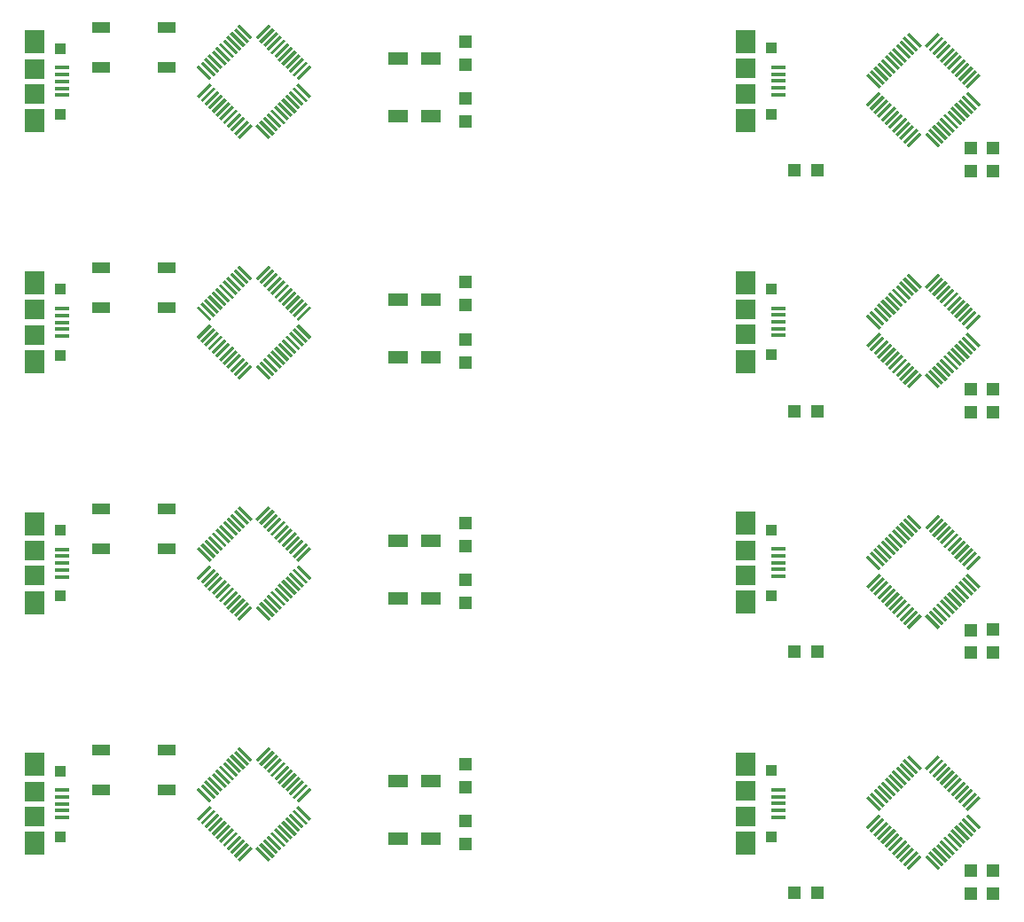
<source format=gtp>
%MOIN*%
%OFA0B0*%
%FSLAX46Y46*%
%IPPOS*%
%LPD*%
%ADD10C,0.0039370078740157488*%
%ADD11R,0.047244094488188976X0.047244094488188976*%
%ADD12R,0.074803149606299218X0.08858267716535434*%
%ADD13R,0.03937007874015748X0.03937007874015748*%
%ADD14R,0.053149606299212608X0.015748031496062995*%
%ADD15R,0.074803149606299218X0.074803149606299218*%
%ADD26C,0.0039370078740157488*%
%ADD27R,0.047244094488188976X0.047244094488188976*%
%ADD28R,0.074803149606299218X0.08858267716535434*%
%ADD29R,0.03937007874015748X0.03937007874015748*%
%ADD30R,0.053149606299212608X0.015748031496062995*%
%ADD31R,0.074803149606299218X0.074803149606299218*%
%ADD32C,0.0039370078740157488*%
%ADD33R,0.047244094488188976X0.047244094488188976*%
%ADD34R,0.074803149606299218X0.08858267716535434*%
%ADD35R,0.03937007874015748X0.03937007874015748*%
%ADD36R,0.053149606299212608X0.015748031496062995*%
%ADD37R,0.074803149606299218X0.074803149606299218*%
%ADD38C,0.0039370078740157488*%
%ADD39R,0.047244094488188976X0.047244094488188976*%
%ADD40R,0.074803149606299218X0.08858267716535434*%
%ADD41R,0.03937007874015748X0.03937007874015748*%
%ADD42R,0.053149606299212608X0.015748031496062995*%
%ADD43R,0.074803149606299218X0.074803149606299218*%
%ADD44C,0.0039370078740157488*%
%ADD45R,0.074803149606299218X0.08858267716535434*%
%ADD46R,0.03937007874015748X0.03937007874015748*%
%ADD47R,0.053149606299212608X0.015748031496062995*%
%ADD48R,0.074803149606299218X0.074803149606299218*%
%ADD49R,0.074803149606299218X0.051181102362204731*%
%ADD50R,0.066929133858267723X0.03937007874015748*%
%ADD51R,0.047244094488188976X0.047244094488188976*%
%ADD52C,0.0039370078740157488*%
%ADD53R,0.074803149606299218X0.08858267716535434*%
%ADD54R,0.03937007874015748X0.03937007874015748*%
%ADD55R,0.053149606299212608X0.015748031496062995*%
%ADD56R,0.074803149606299218X0.074803149606299218*%
%ADD57R,0.074803149606299218X0.051181102362204731*%
%ADD58R,0.066929133858267723X0.03937007874015748*%
%ADD59R,0.047244094488188976X0.047244094488188976*%
%ADD60C,0.0039370078740157488*%
%ADD61R,0.074803149606299218X0.08858267716535434*%
%ADD62R,0.03937007874015748X0.03937007874015748*%
%ADD63R,0.053149606299212608X0.015748031496062995*%
%ADD64R,0.074803149606299218X0.074803149606299218*%
%ADD65R,0.074803149606299218X0.051181102362204731*%
%ADD66R,0.066929133858267723X0.03937007874015748*%
%ADD67R,0.047244094488188976X0.047244094488188976*%
%ADD68C,0.0039370078740157488*%
%ADD69R,0.074803149606299218X0.08858267716535434*%
%ADD70R,0.03937007874015748X0.03937007874015748*%
%ADD71R,0.053149606299212608X0.015748031496062995*%
%ADD72R,0.074803149606299218X0.074803149606299218*%
%ADD73R,0.074803149606299218X0.051181102362204731*%
%ADD74R,0.066929133858267723X0.03937007874015748*%
%ADD75R,0.047244094488188976X0.047244094488188976*%
%ADD76C,0.0039370078740157488*%
%ADD77C,0.0039370078740157488*%
%ADD78C,0.0039370078740157488*%
%ADD79C,0.0039370078740157488*%
G01G01*
D10*
D11*
X0002677165Y0000905511D02*
X0003027244Y0000121314D03*
X0002940629Y0000121314D03*
X0003688224Y0000117868D03*
X0003688224Y0000204482D03*
X0003603291Y0000117047D03*
X0003603291Y0000203661D03*
D10*
G36*
X0003258801Y0000428099D02*
X0003210083Y0000476816D01*
X0003218435Y0000485168D01*
X0003267152Y0000436450D01*
X0003258801Y0000428099D01*
X0003258801Y0000428099D01*
G37*
G36*
X0003272720Y0000442018D02*
X0003224002Y0000490736D01*
X0003232354Y0000499088D01*
X0003281072Y0000450370D01*
X0003272720Y0000442018D01*
X0003272720Y0000442018D01*
G37*
G36*
X0003286640Y0000455937D02*
X0003237922Y0000504655D01*
X0003246273Y0000513007D01*
X0003294991Y0000464289D01*
X0003286640Y0000455937D01*
X0003286640Y0000455937D01*
G37*
G36*
X0003300559Y0000469857D02*
X0003251841Y0000518575D01*
X0003260193Y0000526926D01*
X0003308911Y0000478208D01*
X0003300559Y0000469857D01*
X0003300559Y0000469857D01*
G37*
G36*
X0003314478Y0000483776D02*
X0003265761Y0000532494D01*
X0003274112Y0000540846D01*
X0003322830Y0000492128D01*
X0003314478Y0000483776D01*
X0003314478Y0000483776D01*
G37*
G36*
X0003288032Y0000554765D02*
X0003336750Y0000506047D01*
X0003328398Y0000497696D01*
X0003279680Y0000546414D01*
X0003288032Y0000554765D01*
X0003288032Y0000554765D01*
G37*
G36*
X0003342317Y0000511615D02*
X0003293599Y0000560333D01*
X0003301951Y0000568685D01*
X0003350669Y0000519967D01*
X0003342317Y0000511615D01*
X0003342317Y0000511615D01*
G37*
G36*
X0003356237Y0000525535D02*
X0003307519Y0000574252D01*
X0003315870Y0000582604D01*
X0003364588Y0000533886D01*
X0003356237Y0000525535D01*
X0003356237Y0000525535D01*
G37*
G36*
X0003370156Y0000539454D02*
X0003321438Y0000588172D01*
X0003329790Y0000596524D01*
X0003378508Y0000547806D01*
X0003370156Y0000539454D01*
X0003370156Y0000539454D01*
G37*
G36*
X0003384076Y0000553373D02*
X0003335358Y0000602091D01*
X0003343709Y0000610443D01*
X0003392427Y0000561725D01*
X0003384076Y0000553373D01*
X0003384076Y0000553373D01*
G37*
G36*
X0003397995Y0000567293D02*
X0003349277Y0000616011D01*
X0003357629Y0000624362D01*
X0003406347Y0000575644D01*
X0003397995Y0000567293D01*
X0003397995Y0000567293D01*
G37*
G36*
X0003411914Y0000581212D02*
X0003363197Y0000629930D01*
X0003371548Y0000638282D01*
X0003420266Y0000589564D01*
X0003411914Y0000581212D01*
X0003411914Y0000581212D01*
G37*
G36*
X0003350669Y0000325095D02*
X0003301951Y0000276377D01*
X0003293599Y0000284728D01*
X0003342317Y0000333446D01*
X0003350669Y0000325095D01*
X0003350669Y0000325095D01*
G37*
G36*
X0003336750Y0000339014D02*
X0003288032Y0000290296D01*
X0003279680Y0000298648D01*
X0003328398Y0000347366D01*
X0003336750Y0000339014D01*
X0003336750Y0000339014D01*
G37*
G36*
X0003322830Y0000352934D02*
X0003274112Y0000304216D01*
X0003265761Y0000312567D01*
X0003314478Y0000361285D01*
X0003322830Y0000352934D01*
X0003322830Y0000352934D01*
G37*
G36*
X0003308911Y0000366853D02*
X0003260193Y0000318135D01*
X0003251841Y0000326487D01*
X0003300559Y0000375205D01*
X0003308911Y0000366853D01*
X0003308911Y0000366853D01*
G37*
G36*
X0003294991Y0000380772D02*
X0003246273Y0000332054D01*
X0003237922Y0000340406D01*
X0003286640Y0000389124D01*
X0003294991Y0000380772D01*
X0003294991Y0000380772D01*
G37*
G36*
X0003281072Y0000394692D02*
X0003232354Y0000345974D01*
X0003224002Y0000354326D01*
X0003272720Y0000403044D01*
X0003281072Y0000394692D01*
X0003281072Y0000394692D01*
G37*
G36*
X0003364588Y0000311175D02*
X0003315870Y0000262457D01*
X0003307519Y0000270809D01*
X0003356237Y0000319527D01*
X0003364588Y0000311175D01*
X0003364588Y0000311175D01*
G37*
G36*
X0003267152Y0000408611D02*
X0003218435Y0000359893D01*
X0003210083Y0000368245D01*
X0003258801Y0000416963D01*
X0003267152Y0000408611D01*
X0003267152Y0000408611D01*
G37*
G36*
X0003378508Y0000297256D02*
X0003329790Y0000248538D01*
X0003321438Y0000256890D01*
X0003370156Y0000305608D01*
X0003378508Y0000297256D01*
X0003378508Y0000297256D01*
G37*
G36*
X0003392427Y0000283336D02*
X0003343709Y0000234619D01*
X0003335358Y0000242970D01*
X0003384076Y0000291688D01*
X0003392427Y0000283336D01*
X0003392427Y0000283336D01*
G37*
G36*
X0003406347Y0000269417D02*
X0003357629Y0000220699D01*
X0003349277Y0000229051D01*
X0003397995Y0000277769D01*
X0003406347Y0000269417D01*
X0003406347Y0000269417D01*
G37*
G36*
X0003420266Y0000255498D02*
X0003371548Y0000206780D01*
X0003363197Y0000215131D01*
X0003411914Y0000263849D01*
X0003420266Y0000255498D01*
X0003420266Y0000255498D01*
G37*
G36*
X0003563636Y0000290296D02*
X0003514918Y0000339014D01*
X0003523270Y0000347366D01*
X0003571988Y0000298648D01*
X0003563636Y0000290296D01*
X0003563636Y0000290296D01*
G37*
G36*
X0003549717Y0000276377D02*
X0003500999Y0000325095D01*
X0003509350Y0000333446D01*
X0003558068Y0000284728D01*
X0003549717Y0000276377D01*
X0003549717Y0000276377D01*
G37*
G36*
X0003535797Y0000262457D02*
X0003487079Y0000311175D01*
X0003495431Y0000319527D01*
X0003544149Y0000270809D01*
X0003535797Y0000262457D01*
X0003535797Y0000262457D01*
G37*
G36*
X0003521878Y0000248538D02*
X0003473160Y0000297256D01*
X0003481512Y0000305608D01*
X0003530230Y0000256890D01*
X0003521878Y0000248538D01*
X0003521878Y0000248538D01*
G37*
G36*
X0003507959Y0000234619D02*
X0003459241Y0000283336D01*
X0003467592Y0000291688D01*
X0003516310Y0000242970D01*
X0003507959Y0000234619D01*
X0003507959Y0000234619D01*
G37*
G36*
X0003494039Y0000220699D02*
X0003445321Y0000269417D01*
X0003453673Y0000277769D01*
X0003502391Y0000229051D01*
X0003494039Y0000220699D01*
X0003494039Y0000220699D01*
G37*
G36*
X0003480120Y0000206780D02*
X0003431402Y0000255498D01*
X0003439753Y0000263849D01*
X0003488471Y0000215131D01*
X0003480120Y0000206780D01*
X0003480120Y0000206780D01*
G37*
G36*
X0003577556Y0000304216D02*
X0003528838Y0000352934D01*
X0003537189Y0000361285D01*
X0003585907Y0000312567D01*
X0003577556Y0000304216D01*
X0003577556Y0000304216D01*
G37*
G36*
X0003591475Y0000318135D02*
X0003542757Y0000366853D01*
X0003551109Y0000375205D01*
X0003599827Y0000326487D01*
X0003591475Y0000318135D01*
X0003591475Y0000318135D01*
G37*
G36*
X0003605394Y0000332054D02*
X0003556677Y0000380772D01*
X0003565028Y0000389124D01*
X0003613746Y0000340406D01*
X0003605394Y0000332054D01*
X0003605394Y0000332054D01*
G37*
G36*
X0003619314Y0000345974D02*
X0003570596Y0000394692D01*
X0003578948Y0000403044D01*
X0003627666Y0000354326D01*
X0003619314Y0000345974D01*
X0003619314Y0000345974D01*
G37*
G36*
X0003633233Y0000359893D02*
X0003584515Y0000408611D01*
X0003592867Y0000416963D01*
X0003641585Y0000368245D01*
X0003633233Y0000359893D01*
X0003633233Y0000359893D01*
G37*
G36*
X0003558068Y0000560333D02*
X0003509350Y0000511615D01*
X0003500999Y0000519967D01*
X0003549717Y0000568685D01*
X0003558068Y0000560333D01*
X0003558068Y0000560333D01*
G37*
G36*
X0003571988Y0000546414D02*
X0003523270Y0000497696D01*
X0003514918Y0000506047D01*
X0003563636Y0000554765D01*
X0003571988Y0000546414D01*
X0003571988Y0000546414D01*
G37*
G36*
X0003544149Y0000574252D02*
X0003495431Y0000525535D01*
X0003487079Y0000533886D01*
X0003535797Y0000582604D01*
X0003544149Y0000574252D01*
X0003544149Y0000574252D01*
G37*
G36*
X0003530230Y0000588172D02*
X0003481512Y0000539454D01*
X0003473160Y0000547806D01*
X0003521878Y0000596524D01*
X0003530230Y0000588172D01*
X0003530230Y0000588172D01*
G37*
G36*
X0003516310Y0000602091D02*
X0003467592Y0000553373D01*
X0003459241Y0000561725D01*
X0003507959Y0000610443D01*
X0003516310Y0000602091D01*
X0003516310Y0000602091D01*
G37*
G36*
X0003502391Y0000616011D02*
X0003453673Y0000567293D01*
X0003445321Y0000575644D01*
X0003494039Y0000624362D01*
X0003502391Y0000616011D01*
X0003502391Y0000616011D01*
G37*
G36*
X0003488471Y0000629930D02*
X0003439753Y0000581212D01*
X0003431402Y0000589564D01*
X0003480120Y0000638282D01*
X0003488471Y0000629930D01*
X0003488471Y0000629930D01*
G37*
G36*
X0003585907Y0000532494D02*
X0003537189Y0000483776D01*
X0003528838Y0000492128D01*
X0003577556Y0000540846D01*
X0003585907Y0000532494D01*
X0003585907Y0000532494D01*
G37*
G36*
X0003599827Y0000518575D02*
X0003551109Y0000469857D01*
X0003542757Y0000478208D01*
X0003591475Y0000526926D01*
X0003599827Y0000518575D01*
X0003599827Y0000518575D01*
G37*
G36*
X0003613746Y0000504655D02*
X0003565028Y0000455937D01*
X0003556677Y0000464289D01*
X0003605394Y0000513007D01*
X0003613746Y0000504655D01*
X0003613746Y0000504655D01*
G37*
G36*
X0003627666Y0000490736D02*
X0003578948Y0000442018D01*
X0003570596Y0000450370D01*
X0003619314Y0000499088D01*
X0003627666Y0000490736D01*
X0003627666Y0000490736D01*
G37*
G36*
X0003641585Y0000476816D02*
X0003592867Y0000428099D01*
X0003584515Y0000436450D01*
X0003633233Y0000485168D01*
X0003641585Y0000476816D01*
X0003641585Y0000476816D01*
G37*
D12*
X0002758267Y0000604724D03*
X0002758267Y0000307480D03*
D13*
X0002854724Y0000580118D03*
X0002854724Y0000332086D03*
D14*
X0002880314Y0000507283D03*
X0002880314Y0000481692D03*
X0002880314Y0000456102D03*
X0002880314Y0000430511D03*
X0002880314Y0000404921D03*
D15*
X0002758267Y0000408858D03*
X0002758267Y0000503346D03*
G04 next file*
G04 Gerber Fmt 4.6, Leading zero omitted, Abs format (unit mm)*
G04 Created by KiCad (PCBNEW 4.0.7) date 11/22/17 20:23:04*
G01G01*
G04 APERTURE LIST*
G04 APERTURE END LIST*
D26*
D27*
X0002677165Y0001811023D02*
X0003027244Y0001026826D03*
X0002940629Y0001026826D03*
X0003688224Y0001023379D03*
X0003688224Y0001109994D03*
X0003603291Y0001022559D03*
X0003603291Y0001109173D03*
D26*
G36*
X0003258801Y0001333610D02*
X0003210083Y0001382328D01*
X0003218435Y0001390680D01*
X0003267152Y0001341962D01*
X0003258801Y0001333610D01*
X0003258801Y0001333610D01*
G37*
G36*
X0003272720Y0001347530D02*
X0003224002Y0001396248D01*
X0003232354Y0001404599D01*
X0003281072Y0001355881D01*
X0003272720Y0001347530D01*
X0003272720Y0001347530D01*
G37*
G36*
X0003286640Y0001361449D02*
X0003237922Y0001410167D01*
X0003246273Y0001418519D01*
X0003294991Y0001369801D01*
X0003286640Y0001361449D01*
X0003286640Y0001361449D01*
G37*
G36*
X0003300559Y0001375369D02*
X0003251841Y0001424087D01*
X0003260193Y0001432438D01*
X0003308911Y0001383720D01*
X0003300559Y0001375369D01*
X0003300559Y0001375369D01*
G37*
G36*
X0003314478Y0001389288D02*
X0003265761Y0001438006D01*
X0003274112Y0001446358D01*
X0003322830Y0001397640D01*
X0003314478Y0001389288D01*
X0003314478Y0001389288D01*
G37*
G36*
X0003288032Y0001460277D02*
X0003336750Y0001411559D01*
X0003328398Y0001403207D01*
X0003279680Y0001451925D01*
X0003288032Y0001460277D01*
X0003288032Y0001460277D01*
G37*
G36*
X0003342317Y0001417127D02*
X0003293599Y0001465845D01*
X0003301951Y0001474196D01*
X0003350669Y0001425479D01*
X0003342317Y0001417127D01*
X0003342317Y0001417127D01*
G37*
G36*
X0003356237Y0001431046D02*
X0003307519Y0001479764D01*
X0003315870Y0001488116D01*
X0003364588Y0001439398D01*
X0003356237Y0001431046D01*
X0003356237Y0001431046D01*
G37*
G36*
X0003370156Y0001444966D02*
X0003321438Y0001493684D01*
X0003329790Y0001502035D01*
X0003378508Y0001453317D01*
X0003370156Y0001444966D01*
X0003370156Y0001444966D01*
G37*
G36*
X0003384076Y0001458885D02*
X0003335358Y0001507603D01*
X0003343709Y0001515955D01*
X0003392427Y0001467237D01*
X0003384076Y0001458885D01*
X0003384076Y0001458885D01*
G37*
G36*
X0003397995Y0001472805D02*
X0003349277Y0001521523D01*
X0003357629Y0001529874D01*
X0003406347Y0001481156D01*
X0003397995Y0001472805D01*
X0003397995Y0001472805D01*
G37*
G36*
X0003411914Y0001486724D02*
X0003363197Y0001535442D01*
X0003371548Y0001543794D01*
X0003420266Y0001495076D01*
X0003411914Y0001486724D01*
X0003411914Y0001486724D01*
G37*
G36*
X0003350669Y0001230607D02*
X0003301951Y0001181889D01*
X0003293599Y0001190240D01*
X0003342317Y0001238958D01*
X0003350669Y0001230607D01*
X0003350669Y0001230607D01*
G37*
G36*
X0003336750Y0001244526D02*
X0003288032Y0001195808D01*
X0003279680Y0001204160D01*
X0003328398Y0001252878D01*
X0003336750Y0001244526D01*
X0003336750Y0001244526D01*
G37*
G36*
X0003322830Y0001258445D02*
X0003274112Y0001209727D01*
X0003265761Y0001218079D01*
X0003314478Y0001266797D01*
X0003322830Y0001258445D01*
X0003322830Y0001258445D01*
G37*
G36*
X0003308911Y0001272365D02*
X0003260193Y0001223647D01*
X0003251841Y0001231999D01*
X0003300559Y0001280716D01*
X0003308911Y0001272365D01*
X0003308911Y0001272365D01*
G37*
G36*
X0003294991Y0001286284D02*
X0003246273Y0001237566D01*
X0003237922Y0001245918D01*
X0003286640Y0001294636D01*
X0003294991Y0001286284D01*
X0003294991Y0001286284D01*
G37*
G36*
X0003281072Y0001300204D02*
X0003232354Y0001251486D01*
X0003224002Y0001259837D01*
X0003272720Y0001308555D01*
X0003281072Y0001300204D01*
X0003281072Y0001300204D01*
G37*
G36*
X0003364588Y0001216687D02*
X0003315870Y0001167969D01*
X0003307519Y0001176321D01*
X0003356237Y0001225039D01*
X0003364588Y0001216687D01*
X0003364588Y0001216687D01*
G37*
G36*
X0003267152Y0001314123D02*
X0003218435Y0001265405D01*
X0003210083Y0001273757D01*
X0003258801Y0001322475D01*
X0003267152Y0001314123D01*
X0003267152Y0001314123D01*
G37*
G36*
X0003378508Y0001202768D02*
X0003329790Y0001154050D01*
X0003321438Y0001162401D01*
X0003370156Y0001211119D01*
X0003378508Y0001202768D01*
X0003378508Y0001202768D01*
G37*
G36*
X0003392427Y0001188848D02*
X0003343709Y0001140130D01*
X0003335358Y0001148482D01*
X0003384076Y0001197200D01*
X0003392427Y0001188848D01*
X0003392427Y0001188848D01*
G37*
G36*
X0003406347Y0001174929D02*
X0003357629Y0001126211D01*
X0003349277Y0001134563D01*
X0003397995Y0001183280D01*
X0003406347Y0001174929D01*
X0003406347Y0001174929D01*
G37*
G36*
X0003420266Y0001161009D02*
X0003371548Y0001112291D01*
X0003363197Y0001120643D01*
X0003411914Y0001169361D01*
X0003420266Y0001161009D01*
X0003420266Y0001161009D01*
G37*
G36*
X0003563636Y0001195808D02*
X0003514918Y0001244526D01*
X0003523270Y0001252878D01*
X0003571988Y0001204160D01*
X0003563636Y0001195808D01*
X0003563636Y0001195808D01*
G37*
G36*
X0003549717Y0001181889D02*
X0003500999Y0001230607D01*
X0003509350Y0001238958D01*
X0003558068Y0001190240D01*
X0003549717Y0001181889D01*
X0003549717Y0001181889D01*
G37*
G36*
X0003535797Y0001167969D02*
X0003487079Y0001216687D01*
X0003495431Y0001225039D01*
X0003544149Y0001176321D01*
X0003535797Y0001167969D01*
X0003535797Y0001167969D01*
G37*
G36*
X0003521878Y0001154050D02*
X0003473160Y0001202768D01*
X0003481512Y0001211119D01*
X0003530230Y0001162401D01*
X0003521878Y0001154050D01*
X0003521878Y0001154050D01*
G37*
G36*
X0003507959Y0001140130D02*
X0003459241Y0001188848D01*
X0003467592Y0001197200D01*
X0003516310Y0001148482D01*
X0003507959Y0001140130D01*
X0003507959Y0001140130D01*
G37*
G36*
X0003494039Y0001126211D02*
X0003445321Y0001174929D01*
X0003453673Y0001183280D01*
X0003502391Y0001134563D01*
X0003494039Y0001126211D01*
X0003494039Y0001126211D01*
G37*
G36*
X0003480120Y0001112291D02*
X0003431402Y0001161009D01*
X0003439753Y0001169361D01*
X0003488471Y0001120643D01*
X0003480120Y0001112291D01*
X0003480120Y0001112291D01*
G37*
G36*
X0003577556Y0001209727D02*
X0003528838Y0001258445D01*
X0003537189Y0001266797D01*
X0003585907Y0001218079D01*
X0003577556Y0001209727D01*
X0003577556Y0001209727D01*
G37*
G36*
X0003591475Y0001223647D02*
X0003542757Y0001272365D01*
X0003551109Y0001280716D01*
X0003599827Y0001231999D01*
X0003591475Y0001223647D01*
X0003591475Y0001223647D01*
G37*
G36*
X0003605394Y0001237566D02*
X0003556677Y0001286284D01*
X0003565028Y0001294636D01*
X0003613746Y0001245918D01*
X0003605394Y0001237566D01*
X0003605394Y0001237566D01*
G37*
G36*
X0003619314Y0001251486D02*
X0003570596Y0001300204D01*
X0003578948Y0001308555D01*
X0003627666Y0001259837D01*
X0003619314Y0001251486D01*
X0003619314Y0001251486D01*
G37*
G36*
X0003633233Y0001265405D02*
X0003584515Y0001314123D01*
X0003592867Y0001322475D01*
X0003641585Y0001273757D01*
X0003633233Y0001265405D01*
X0003633233Y0001265405D01*
G37*
G36*
X0003558068Y0001465845D02*
X0003509350Y0001417127D01*
X0003500999Y0001425479D01*
X0003549717Y0001474196D01*
X0003558068Y0001465845D01*
X0003558068Y0001465845D01*
G37*
G36*
X0003571988Y0001451925D02*
X0003523270Y0001403207D01*
X0003514918Y0001411559D01*
X0003563636Y0001460277D01*
X0003571988Y0001451925D01*
X0003571988Y0001451925D01*
G37*
G36*
X0003544149Y0001479764D02*
X0003495431Y0001431046D01*
X0003487079Y0001439398D01*
X0003535797Y0001488116D01*
X0003544149Y0001479764D01*
X0003544149Y0001479764D01*
G37*
G36*
X0003530230Y0001493684D02*
X0003481512Y0001444966D01*
X0003473160Y0001453317D01*
X0003521878Y0001502035D01*
X0003530230Y0001493684D01*
X0003530230Y0001493684D01*
G37*
G36*
X0003516310Y0001507603D02*
X0003467592Y0001458885D01*
X0003459241Y0001467237D01*
X0003507959Y0001515955D01*
X0003516310Y0001507603D01*
X0003516310Y0001507603D01*
G37*
G36*
X0003502391Y0001521523D02*
X0003453673Y0001472805D01*
X0003445321Y0001481156D01*
X0003494039Y0001529874D01*
X0003502391Y0001521523D01*
X0003502391Y0001521523D01*
G37*
G36*
X0003488471Y0001535442D02*
X0003439753Y0001486724D01*
X0003431402Y0001495076D01*
X0003480120Y0001543794D01*
X0003488471Y0001535442D01*
X0003488471Y0001535442D01*
G37*
G36*
X0003585907Y0001438006D02*
X0003537189Y0001389288D01*
X0003528838Y0001397640D01*
X0003577556Y0001446358D01*
X0003585907Y0001438006D01*
X0003585907Y0001438006D01*
G37*
G36*
X0003599827Y0001424087D02*
X0003551109Y0001375369D01*
X0003542757Y0001383720D01*
X0003591475Y0001432438D01*
X0003599827Y0001424087D01*
X0003599827Y0001424087D01*
G37*
G36*
X0003613746Y0001410167D02*
X0003565028Y0001361449D01*
X0003556677Y0001369801D01*
X0003605394Y0001418519D01*
X0003613746Y0001410167D01*
X0003613746Y0001410167D01*
G37*
G36*
X0003627666Y0001396248D02*
X0003578948Y0001347530D01*
X0003570596Y0001355881D01*
X0003619314Y0001404599D01*
X0003627666Y0001396248D01*
X0003627666Y0001396248D01*
G37*
G36*
X0003641585Y0001382328D02*
X0003592867Y0001333610D01*
X0003584515Y0001341962D01*
X0003633233Y0001390680D01*
X0003641585Y0001382328D01*
X0003641585Y0001382328D01*
G37*
D28*
X0002758267Y0001510236D03*
X0002758267Y0001212992D03*
D29*
X0002854724Y0001485629D03*
X0002854724Y0001237598D03*
D30*
X0002880314Y0001412795D03*
X0002880314Y0001387204D03*
X0002880314Y0001361614D03*
X0002880314Y0001336023D03*
X0002880314Y0001310433D03*
D31*
X0002758267Y0001314370D03*
X0002758267Y0001408858D03*
G04 next file*
G04 Gerber Fmt 4.6, Leading zero omitted, Abs format (unit mm)*
G04 Created by KiCad (PCBNEW 4.0.7) date 11/22/17 20:23:04*
G01G01*
G04 APERTURE LIST*
G04 APERTURE END LIST*
D32*
D33*
X0002677165Y0002716535D02*
X0003027244Y0001932338D03*
X0002940629Y0001932338D03*
X0003688224Y0001928891D03*
X0003688224Y0002015505D03*
X0003603291Y0001928070D03*
X0003603291Y0002014685D03*
D32*
G36*
X0003258801Y0002239122D02*
X0003210083Y0002287840D01*
X0003218435Y0002296192D01*
X0003267152Y0002247474D01*
X0003258801Y0002239122D01*
X0003258801Y0002239122D01*
G37*
G36*
X0003272720Y0002253042D02*
X0003224002Y0002301760D01*
X0003232354Y0002310111D01*
X0003281072Y0002261393D01*
X0003272720Y0002253042D01*
X0003272720Y0002253042D01*
G37*
G36*
X0003286640Y0002266961D02*
X0003237922Y0002315679D01*
X0003246273Y0002324031D01*
X0003294991Y0002275313D01*
X0003286640Y0002266961D01*
X0003286640Y0002266961D01*
G37*
G36*
X0003300559Y0002280880D02*
X0003251841Y0002329598D01*
X0003260193Y0002337950D01*
X0003308911Y0002289232D01*
X0003300559Y0002280880D01*
X0003300559Y0002280880D01*
G37*
G36*
X0003314478Y0002294800D02*
X0003265761Y0002343518D01*
X0003274112Y0002351869D01*
X0003322830Y0002303151D01*
X0003314478Y0002294800D01*
X0003314478Y0002294800D01*
G37*
G36*
X0003288032Y0002365789D02*
X0003336750Y0002317071D01*
X0003328398Y0002308719D01*
X0003279680Y0002357437D01*
X0003288032Y0002365789D01*
X0003288032Y0002365789D01*
G37*
G36*
X0003342317Y0002322639D02*
X0003293599Y0002371357D01*
X0003301951Y0002379708D01*
X0003350669Y0002330990D01*
X0003342317Y0002322639D01*
X0003342317Y0002322639D01*
G37*
G36*
X0003356237Y0002336558D02*
X0003307519Y0002385276D01*
X0003315870Y0002393628D01*
X0003364588Y0002344910D01*
X0003356237Y0002336558D01*
X0003356237Y0002336558D01*
G37*
G36*
X0003370156Y0002350478D02*
X0003321438Y0002399195D01*
X0003329790Y0002407547D01*
X0003378508Y0002358829D01*
X0003370156Y0002350478D01*
X0003370156Y0002350478D01*
G37*
G36*
X0003384076Y0002364397D02*
X0003335358Y0002413115D01*
X0003343709Y0002421467D01*
X0003392427Y0002372749D01*
X0003384076Y0002364397D01*
X0003384076Y0002364397D01*
G37*
G36*
X0003397995Y0002378316D02*
X0003349277Y0002427034D01*
X0003357629Y0002435386D01*
X0003406347Y0002386668D01*
X0003397995Y0002378316D01*
X0003397995Y0002378316D01*
G37*
G36*
X0003411914Y0002392236D02*
X0003363197Y0002440954D01*
X0003371548Y0002449305D01*
X0003420266Y0002400587D01*
X0003411914Y0002392236D01*
X0003411914Y0002392236D01*
G37*
G36*
X0003350669Y0002136118D02*
X0003301951Y0002087400D01*
X0003293599Y0002095752D01*
X0003342317Y0002144470D01*
X0003350669Y0002136118D01*
X0003350669Y0002136118D01*
G37*
G36*
X0003336750Y0002150038D02*
X0003288032Y0002101320D01*
X0003279680Y0002109671D01*
X0003328398Y0002158389D01*
X0003336750Y0002150038D01*
X0003336750Y0002150038D01*
G37*
G36*
X0003322830Y0002163957D02*
X0003274112Y0002115239D01*
X0003265761Y0002123591D01*
X0003314478Y0002172309D01*
X0003322830Y0002163957D01*
X0003322830Y0002163957D01*
G37*
G36*
X0003308911Y0002177877D02*
X0003260193Y0002129159D01*
X0003251841Y0002137510D01*
X0003300559Y0002186228D01*
X0003308911Y0002177877D01*
X0003308911Y0002177877D01*
G37*
G36*
X0003294991Y0002191796D02*
X0003246273Y0002143078D01*
X0003237922Y0002151430D01*
X0003286640Y0002200148D01*
X0003294991Y0002191796D01*
X0003294991Y0002191796D01*
G37*
G36*
X0003281072Y0002205715D02*
X0003232354Y0002156998D01*
X0003224002Y0002165349D01*
X0003272720Y0002214067D01*
X0003281072Y0002205715D01*
X0003281072Y0002205715D01*
G37*
G36*
X0003364588Y0002122199D02*
X0003315870Y0002073481D01*
X0003307519Y0002081833D01*
X0003356237Y0002130551D01*
X0003364588Y0002122199D01*
X0003364588Y0002122199D01*
G37*
G36*
X0003267152Y0002219635D02*
X0003218435Y0002170917D01*
X0003210083Y0002179269D01*
X0003258801Y0002227987D01*
X0003267152Y0002219635D01*
X0003267152Y0002219635D01*
G37*
G36*
X0003378508Y0002108280D02*
X0003329790Y0002059562D01*
X0003321438Y0002067913D01*
X0003370156Y0002116631D01*
X0003378508Y0002108280D01*
X0003378508Y0002108280D01*
G37*
G36*
X0003392427Y0002094360D02*
X0003343709Y0002045642D01*
X0003335358Y0002053994D01*
X0003384076Y0002102712D01*
X0003392427Y0002094360D01*
X0003392427Y0002094360D01*
G37*
G36*
X0003406347Y0002080441D02*
X0003357629Y0002031723D01*
X0003349277Y0002040074D01*
X0003397995Y0002088792D01*
X0003406347Y0002080441D01*
X0003406347Y0002080441D01*
G37*
G36*
X0003420266Y0002066521D02*
X0003371548Y0002017803D01*
X0003363197Y0002026155D01*
X0003411914Y0002074873D01*
X0003420266Y0002066521D01*
X0003420266Y0002066521D01*
G37*
G36*
X0003563636Y0002101320D02*
X0003514918Y0002150038D01*
X0003523270Y0002158389D01*
X0003571988Y0002109671D01*
X0003563636Y0002101320D01*
X0003563636Y0002101320D01*
G37*
G36*
X0003549717Y0002087400D02*
X0003500999Y0002136118D01*
X0003509350Y0002144470D01*
X0003558068Y0002095752D01*
X0003549717Y0002087400D01*
X0003549717Y0002087400D01*
G37*
G36*
X0003535797Y0002073481D02*
X0003487079Y0002122199D01*
X0003495431Y0002130551D01*
X0003544149Y0002081833D01*
X0003535797Y0002073481D01*
X0003535797Y0002073481D01*
G37*
G36*
X0003521878Y0002059562D02*
X0003473160Y0002108280D01*
X0003481512Y0002116631D01*
X0003530230Y0002067913D01*
X0003521878Y0002059562D01*
X0003521878Y0002059562D01*
G37*
G36*
X0003507959Y0002045642D02*
X0003459241Y0002094360D01*
X0003467592Y0002102712D01*
X0003516310Y0002053994D01*
X0003507959Y0002045642D01*
X0003507959Y0002045642D01*
G37*
G36*
X0003494039Y0002031723D02*
X0003445321Y0002080441D01*
X0003453673Y0002088792D01*
X0003502391Y0002040074D01*
X0003494039Y0002031723D01*
X0003494039Y0002031723D01*
G37*
G36*
X0003480120Y0002017803D02*
X0003431402Y0002066521D01*
X0003439753Y0002074873D01*
X0003488471Y0002026155D01*
X0003480120Y0002017803D01*
X0003480120Y0002017803D01*
G37*
G36*
X0003577556Y0002115239D02*
X0003528838Y0002163957D01*
X0003537189Y0002172309D01*
X0003585907Y0002123591D01*
X0003577556Y0002115239D01*
X0003577556Y0002115239D01*
G37*
G36*
X0003591475Y0002129159D02*
X0003542757Y0002177877D01*
X0003551109Y0002186228D01*
X0003599827Y0002137510D01*
X0003591475Y0002129159D01*
X0003591475Y0002129159D01*
G37*
G36*
X0003605394Y0002143078D02*
X0003556677Y0002191796D01*
X0003565028Y0002200148D01*
X0003613746Y0002151430D01*
X0003605394Y0002143078D01*
X0003605394Y0002143078D01*
G37*
G36*
X0003619314Y0002156998D02*
X0003570596Y0002205715D01*
X0003578948Y0002214067D01*
X0003627666Y0002165349D01*
X0003619314Y0002156998D01*
X0003619314Y0002156998D01*
G37*
G36*
X0003633233Y0002170917D02*
X0003584515Y0002219635D01*
X0003592867Y0002227987D01*
X0003641585Y0002179269D01*
X0003633233Y0002170917D01*
X0003633233Y0002170917D01*
G37*
G36*
X0003558068Y0002371357D02*
X0003509350Y0002322639D01*
X0003500999Y0002330990D01*
X0003549717Y0002379708D01*
X0003558068Y0002371357D01*
X0003558068Y0002371357D01*
G37*
G36*
X0003571988Y0002357437D02*
X0003523270Y0002308719D01*
X0003514918Y0002317071D01*
X0003563636Y0002365789D01*
X0003571988Y0002357437D01*
X0003571988Y0002357437D01*
G37*
G36*
X0003544149Y0002385276D02*
X0003495431Y0002336558D01*
X0003487079Y0002344910D01*
X0003535797Y0002393628D01*
X0003544149Y0002385276D01*
X0003544149Y0002385276D01*
G37*
G36*
X0003530230Y0002399195D02*
X0003481512Y0002350478D01*
X0003473160Y0002358829D01*
X0003521878Y0002407547D01*
X0003530230Y0002399195D01*
X0003530230Y0002399195D01*
G37*
G36*
X0003516310Y0002413115D02*
X0003467592Y0002364397D01*
X0003459241Y0002372749D01*
X0003507959Y0002421467D01*
X0003516310Y0002413115D01*
X0003516310Y0002413115D01*
G37*
G36*
X0003502391Y0002427034D02*
X0003453673Y0002378316D01*
X0003445321Y0002386668D01*
X0003494039Y0002435386D01*
X0003502391Y0002427034D01*
X0003502391Y0002427034D01*
G37*
G36*
X0003488471Y0002440954D02*
X0003439753Y0002392236D01*
X0003431402Y0002400587D01*
X0003480120Y0002449305D01*
X0003488471Y0002440954D01*
X0003488471Y0002440954D01*
G37*
G36*
X0003585907Y0002343518D02*
X0003537189Y0002294800D01*
X0003528838Y0002303151D01*
X0003577556Y0002351869D01*
X0003585907Y0002343518D01*
X0003585907Y0002343518D01*
G37*
G36*
X0003599827Y0002329598D02*
X0003551109Y0002280880D01*
X0003542757Y0002289232D01*
X0003591475Y0002337950D01*
X0003599827Y0002329598D01*
X0003599827Y0002329598D01*
G37*
G36*
X0003613746Y0002315679D02*
X0003565028Y0002266961D01*
X0003556677Y0002275313D01*
X0003605394Y0002324031D01*
X0003613746Y0002315679D01*
X0003613746Y0002315679D01*
G37*
G36*
X0003627666Y0002301760D02*
X0003578948Y0002253042D01*
X0003570596Y0002261393D01*
X0003619314Y0002310111D01*
X0003627666Y0002301760D01*
X0003627666Y0002301760D01*
G37*
G36*
X0003641585Y0002287840D02*
X0003592867Y0002239122D01*
X0003584515Y0002247474D01*
X0003633233Y0002296192D01*
X0003641585Y0002287840D01*
X0003641585Y0002287840D01*
G37*
D34*
X0002758267Y0002415748D03*
X0002758267Y0002118503D03*
D35*
X0002854724Y0002391141D03*
X0002854724Y0002143110D03*
D36*
X0002880314Y0002318307D03*
X0002880314Y0002292716D03*
X0002880314Y0002267125D03*
X0002880314Y0002241535D03*
X0002880314Y0002215944D03*
D37*
X0002758267Y0002219881D03*
X0002758267Y0002314370D03*
G04 next file*
G04 Gerber Fmt 4.6, Leading zero omitted, Abs format (unit mm)*
G04 Created by KiCad (PCBNEW 4.0.7) date 11/22/17 20:23:04*
G01G01*
G04 APERTURE LIST*
G04 APERTURE END LIST*
D38*
D39*
X0002677165Y0003622047D02*
X0003027244Y0002837850D03*
X0002940629Y0002837850D03*
X0003688224Y0002834403D03*
X0003688224Y0002921017D03*
X0003603291Y0002833582D03*
X0003603291Y0002920196D03*
D38*
G36*
X0003258801Y0003144634D02*
X0003210083Y0003193352D01*
X0003218435Y0003201704D01*
X0003267152Y0003152986D01*
X0003258801Y0003144634D01*
X0003258801Y0003144634D01*
G37*
G36*
X0003272720Y0003158553D02*
X0003224002Y0003207271D01*
X0003232354Y0003215623D01*
X0003281072Y0003166905D01*
X0003272720Y0003158553D01*
X0003272720Y0003158553D01*
G37*
G36*
X0003286640Y0003172473D02*
X0003237922Y0003221191D01*
X0003246273Y0003229542D01*
X0003294991Y0003180824D01*
X0003286640Y0003172473D01*
X0003286640Y0003172473D01*
G37*
G36*
X0003300559Y0003186392D02*
X0003251841Y0003235110D01*
X0003260193Y0003243462D01*
X0003308911Y0003194744D01*
X0003300559Y0003186392D01*
X0003300559Y0003186392D01*
G37*
G36*
X0003314478Y0003200312D02*
X0003265761Y0003249030D01*
X0003274112Y0003257381D01*
X0003322830Y0003208663D01*
X0003314478Y0003200312D01*
X0003314478Y0003200312D01*
G37*
G36*
X0003288032Y0003271301D02*
X0003336750Y0003222583D01*
X0003328398Y0003214231D01*
X0003279680Y0003262949D01*
X0003288032Y0003271301D01*
X0003288032Y0003271301D01*
G37*
G36*
X0003342317Y0003228150D02*
X0003293599Y0003276868D01*
X0003301951Y0003285220D01*
X0003350669Y0003236502D01*
X0003342317Y0003228150D01*
X0003342317Y0003228150D01*
G37*
G36*
X0003356237Y0003242070D02*
X0003307519Y0003290788D01*
X0003315870Y0003299140D01*
X0003364588Y0003250422D01*
X0003356237Y0003242070D01*
X0003356237Y0003242070D01*
G37*
G36*
X0003370156Y0003255989D02*
X0003321438Y0003304707D01*
X0003329790Y0003313059D01*
X0003378508Y0003264341D01*
X0003370156Y0003255989D01*
X0003370156Y0003255989D01*
G37*
G36*
X0003384076Y0003269909D02*
X0003335358Y0003318627D01*
X0003343709Y0003326978D01*
X0003392427Y0003278260D01*
X0003384076Y0003269909D01*
X0003384076Y0003269909D01*
G37*
G36*
X0003397995Y0003283828D02*
X0003349277Y0003332546D01*
X0003357629Y0003340898D01*
X0003406347Y0003292180D01*
X0003397995Y0003283828D01*
X0003397995Y0003283828D01*
G37*
G36*
X0003411914Y0003297748D02*
X0003363197Y0003346466D01*
X0003371548Y0003354817D01*
X0003420266Y0003306099D01*
X0003411914Y0003297748D01*
X0003411914Y0003297748D01*
G37*
G36*
X0003350669Y0003041630D02*
X0003301951Y0002992912D01*
X0003293599Y0003001264D01*
X0003342317Y0003049982D01*
X0003350669Y0003041630D01*
X0003350669Y0003041630D01*
G37*
G36*
X0003336750Y0003055550D02*
X0003288032Y0003006832D01*
X0003279680Y0003015183D01*
X0003328398Y0003063901D01*
X0003336750Y0003055550D01*
X0003336750Y0003055550D01*
G37*
G36*
X0003322830Y0003069469D02*
X0003274112Y0003020751D01*
X0003265761Y0003029103D01*
X0003314478Y0003077821D01*
X0003322830Y0003069469D01*
X0003322830Y0003069469D01*
G37*
G36*
X0003308911Y0003083388D02*
X0003260193Y0003034670D01*
X0003251841Y0003043022D01*
X0003300559Y0003091740D01*
X0003308911Y0003083388D01*
X0003308911Y0003083388D01*
G37*
G36*
X0003294991Y0003097308D02*
X0003246273Y0003048590D01*
X0003237922Y0003056942D01*
X0003286640Y0003105660D01*
X0003294991Y0003097308D01*
X0003294991Y0003097308D01*
G37*
G36*
X0003281072Y0003111227D02*
X0003232354Y0003062509D01*
X0003224002Y0003070861D01*
X0003272720Y0003119579D01*
X0003281072Y0003111227D01*
X0003281072Y0003111227D01*
G37*
G36*
X0003364588Y0003027711D02*
X0003315870Y0002978993D01*
X0003307519Y0002987344D01*
X0003356237Y0003036062D01*
X0003364588Y0003027711D01*
X0003364588Y0003027711D01*
G37*
G36*
X0003267152Y0003125147D02*
X0003218435Y0003076429D01*
X0003210083Y0003084780D01*
X0003258801Y0003133498D01*
X0003267152Y0003125147D01*
X0003267152Y0003125147D01*
G37*
G36*
X0003378508Y0003013791D02*
X0003329790Y0002965073D01*
X0003321438Y0002973425D01*
X0003370156Y0003022143D01*
X0003378508Y0003013791D01*
X0003378508Y0003013791D01*
G37*
G36*
X0003392427Y0002999872D02*
X0003343709Y0002951154D01*
X0003335358Y0002959506D01*
X0003384076Y0003008224D01*
X0003392427Y0002999872D01*
X0003392427Y0002999872D01*
G37*
G36*
X0003406347Y0002985952D02*
X0003357629Y0002937235D01*
X0003349277Y0002945586D01*
X0003397995Y0002994304D01*
X0003406347Y0002985952D01*
X0003406347Y0002985952D01*
G37*
G36*
X0003420266Y0002972033D02*
X0003371548Y0002923315D01*
X0003363197Y0002931667D01*
X0003411914Y0002980385D01*
X0003420266Y0002972033D01*
X0003420266Y0002972033D01*
G37*
G36*
X0003563636Y0003006832D02*
X0003514918Y0003055550D01*
X0003523270Y0003063901D01*
X0003571988Y0003015183D01*
X0003563636Y0003006832D01*
X0003563636Y0003006832D01*
G37*
G36*
X0003549717Y0002992912D02*
X0003500999Y0003041630D01*
X0003509350Y0003049982D01*
X0003558068Y0003001264D01*
X0003549717Y0002992912D01*
X0003549717Y0002992912D01*
G37*
G36*
X0003535797Y0002978993D02*
X0003487079Y0003027711D01*
X0003495431Y0003036062D01*
X0003544149Y0002987344D01*
X0003535797Y0002978993D01*
X0003535797Y0002978993D01*
G37*
G36*
X0003521878Y0002965073D02*
X0003473160Y0003013791D01*
X0003481512Y0003022143D01*
X0003530230Y0002973425D01*
X0003521878Y0002965073D01*
X0003521878Y0002965073D01*
G37*
G36*
X0003507959Y0002951154D02*
X0003459241Y0002999872D01*
X0003467592Y0003008224D01*
X0003516310Y0002959506D01*
X0003507959Y0002951154D01*
X0003507959Y0002951154D01*
G37*
G36*
X0003494039Y0002937235D02*
X0003445321Y0002985952D01*
X0003453673Y0002994304D01*
X0003502391Y0002945586D01*
X0003494039Y0002937235D01*
X0003494039Y0002937235D01*
G37*
G36*
X0003480120Y0002923315D02*
X0003431402Y0002972033D01*
X0003439753Y0002980385D01*
X0003488471Y0002931667D01*
X0003480120Y0002923315D01*
X0003480120Y0002923315D01*
G37*
G36*
X0003577556Y0003020751D02*
X0003528838Y0003069469D01*
X0003537189Y0003077821D01*
X0003585907Y0003029103D01*
X0003577556Y0003020751D01*
X0003577556Y0003020751D01*
G37*
G36*
X0003591475Y0003034670D02*
X0003542757Y0003083388D01*
X0003551109Y0003091740D01*
X0003599827Y0003043022D01*
X0003591475Y0003034670D01*
X0003591475Y0003034670D01*
G37*
G36*
X0003605394Y0003048590D02*
X0003556677Y0003097308D01*
X0003565028Y0003105660D01*
X0003613746Y0003056942D01*
X0003605394Y0003048590D01*
X0003605394Y0003048590D01*
G37*
G36*
X0003619314Y0003062509D02*
X0003570596Y0003111227D01*
X0003578948Y0003119579D01*
X0003627666Y0003070861D01*
X0003619314Y0003062509D01*
X0003619314Y0003062509D01*
G37*
G36*
X0003633233Y0003076429D02*
X0003584515Y0003125147D01*
X0003592867Y0003133498D01*
X0003641585Y0003084780D01*
X0003633233Y0003076429D01*
X0003633233Y0003076429D01*
G37*
G36*
X0003558068Y0003276868D02*
X0003509350Y0003228150D01*
X0003500999Y0003236502D01*
X0003549717Y0003285220D01*
X0003558068Y0003276868D01*
X0003558068Y0003276868D01*
G37*
G36*
X0003571988Y0003262949D02*
X0003523270Y0003214231D01*
X0003514918Y0003222583D01*
X0003563636Y0003271301D01*
X0003571988Y0003262949D01*
X0003571988Y0003262949D01*
G37*
G36*
X0003544149Y0003290788D02*
X0003495431Y0003242070D01*
X0003487079Y0003250422D01*
X0003535797Y0003299140D01*
X0003544149Y0003290788D01*
X0003544149Y0003290788D01*
G37*
G36*
X0003530230Y0003304707D02*
X0003481512Y0003255989D01*
X0003473160Y0003264341D01*
X0003521878Y0003313059D01*
X0003530230Y0003304707D01*
X0003530230Y0003304707D01*
G37*
G36*
X0003516310Y0003318627D02*
X0003467592Y0003269909D01*
X0003459241Y0003278260D01*
X0003507959Y0003326978D01*
X0003516310Y0003318627D01*
X0003516310Y0003318627D01*
G37*
G36*
X0003502391Y0003332546D02*
X0003453673Y0003283828D01*
X0003445321Y0003292180D01*
X0003494039Y0003340898D01*
X0003502391Y0003332546D01*
X0003502391Y0003332546D01*
G37*
G36*
X0003488471Y0003346466D02*
X0003439753Y0003297748D01*
X0003431402Y0003306099D01*
X0003480120Y0003354817D01*
X0003488471Y0003346466D01*
X0003488471Y0003346466D01*
G37*
G36*
X0003585907Y0003249030D02*
X0003537189Y0003200312D01*
X0003528838Y0003208663D01*
X0003577556Y0003257381D01*
X0003585907Y0003249030D01*
X0003585907Y0003249030D01*
G37*
G36*
X0003599827Y0003235110D02*
X0003551109Y0003186392D01*
X0003542757Y0003194744D01*
X0003591475Y0003243462D01*
X0003599827Y0003235110D01*
X0003599827Y0003235110D01*
G37*
G36*
X0003613746Y0003221191D02*
X0003565028Y0003172473D01*
X0003556677Y0003180824D01*
X0003605394Y0003229542D01*
X0003613746Y0003221191D01*
X0003613746Y0003221191D01*
G37*
G36*
X0003627666Y0003207271D02*
X0003578948Y0003158553D01*
X0003570596Y0003166905D01*
X0003619314Y0003215623D01*
X0003627666Y0003207271D01*
X0003627666Y0003207271D01*
G37*
G36*
X0003641585Y0003193352D02*
X0003592867Y0003144634D01*
X0003584515Y0003152986D01*
X0003633233Y0003201704D01*
X0003641585Y0003193352D01*
X0003641585Y0003193352D01*
G37*
D40*
X0002758267Y0003321259D03*
X0002758267Y0003024015D03*
D41*
X0002854724Y0003296653D03*
X0002854724Y0003048622D03*
D42*
X0002880314Y0003223818D03*
X0002880314Y0003198228D03*
X0002880314Y0003172637D03*
X0002880314Y0003147047D03*
X0002880314Y0003121456D03*
D43*
X0002758267Y0003125393D03*
X0002758267Y0003219881D03*
G04 next file*
G04 Gerber Fmt 4.6, Leading zero omitted, Abs format (unit mm)*
G04 Created by KiCad (PCBNEW 4.0.7) date 11/22/17 20:15:40*
G01G01*
G04 APERTURE LIST*
G04 APERTURE END LIST*
D44*
D45*
X0000000000Y0001811023D02*
X0000083543Y0001508976D03*
X0000083543Y0001211732D03*
D46*
X0000180000Y0001484370D03*
X0000180000Y0001236338D03*
D47*
X0000188874Y0001411535D03*
X0000188874Y0001385944D03*
X0000188874Y0001360354D03*
X0000188874Y0001334763D03*
X0000188874Y0001309173D03*
D48*
X0000083543Y0001313110D03*
X0000083543Y0001407598D03*
D44*
G36*
X0001076710Y0001353987D02*
X0001125427Y0001305269D01*
X0001117076Y0001296917D01*
X0001068358Y0001345635D01*
X0001076710Y0001353987D01*
X0001076710Y0001353987D01*
G37*
G36*
X0001062790Y0001340068D02*
X0001111508Y0001291350D01*
X0001103156Y0001282998D01*
X0001054438Y0001331716D01*
X0001062790Y0001340068D01*
X0001062790Y0001340068D01*
G37*
G36*
X0001048871Y0001326148D02*
X0001097589Y0001277430D01*
X0001089237Y0001269079D01*
X0001040519Y0001317797D01*
X0001048871Y0001326148D01*
X0001048871Y0001326148D01*
G37*
G36*
X0001034951Y0001312229D02*
X0001083669Y0001263511D01*
X0001075318Y0001255159D01*
X0001026600Y0001303877D01*
X0001034951Y0001312229D01*
X0001034951Y0001312229D01*
G37*
G36*
X0001021032Y0001298309D02*
X0001069750Y0001249591D01*
X0001061398Y0001241240D01*
X0001012680Y0001289958D01*
X0001021032Y0001298309D01*
X0001021032Y0001298309D01*
G37*
G36*
X0001047479Y0001227320D02*
X0000998761Y0001276038D01*
X0001007112Y0001284390D01*
X0001055830Y0001235672D01*
X0001047479Y0001227320D01*
X0001047479Y0001227320D01*
G37*
G36*
X0000993193Y0001270471D02*
X0001041911Y0001221753D01*
X0001033559Y0001213401D01*
X0000984841Y0001262119D01*
X0000993193Y0001270471D01*
X0000993193Y0001270471D01*
G37*
G36*
X0000979274Y0001256551D02*
X0001027992Y0001207833D01*
X0001019640Y0001199482D01*
X0000970922Y0001248199D01*
X0000979274Y0001256551D01*
X0000979274Y0001256551D01*
G37*
G36*
X0000965354Y0001242632D02*
X0001014072Y0001193914D01*
X0001005720Y0001185562D01*
X0000957002Y0001234280D01*
X0000965354Y0001242632D01*
X0000965354Y0001242632D01*
G37*
G36*
X0000951435Y0001228712D02*
X0001000153Y0001179994D01*
X0000991801Y0001171643D01*
X0000943083Y0001220361D01*
X0000951435Y0001228712D01*
X0000951435Y0001228712D01*
G37*
G36*
X0000937515Y0001214793D02*
X0000986233Y0001166075D01*
X0000977882Y0001157723D01*
X0000929164Y0001206441D01*
X0000937515Y0001214793D01*
X0000937515Y0001214793D01*
G37*
G36*
X0000923596Y0001200873D02*
X0000972314Y0001152155D01*
X0000963962Y0001143804D01*
X0000915244Y0001192522D01*
X0000923596Y0001200873D01*
X0000923596Y0001200873D01*
G37*
G36*
X0000984841Y0001456991D02*
X0001033559Y0001505709D01*
X0001041911Y0001497357D01*
X0000993193Y0001448639D01*
X0000984841Y0001456991D01*
X0000984841Y0001456991D01*
G37*
G36*
X0000998761Y0001443071D02*
X0001047479Y0001491789D01*
X0001055830Y0001483438D01*
X0001007112Y0001434720D01*
X0000998761Y0001443071D01*
X0000998761Y0001443071D01*
G37*
G36*
X0001012680Y0001429152D02*
X0001061398Y0001477870D01*
X0001069750Y0001469518D01*
X0001021032Y0001420800D01*
X0001012680Y0001429152D01*
X0001012680Y0001429152D01*
G37*
G36*
X0001026600Y0001415233D02*
X0001075318Y0001463951D01*
X0001083669Y0001455599D01*
X0001034951Y0001406881D01*
X0001026600Y0001415233D01*
X0001026600Y0001415233D01*
G37*
G36*
X0001040519Y0001401313D02*
X0001089237Y0001450031D01*
X0001097589Y0001441679D01*
X0001048871Y0001392962D01*
X0001040519Y0001401313D01*
X0001040519Y0001401313D01*
G37*
G36*
X0001054438Y0001387394D02*
X0001103156Y0001436112D01*
X0001111508Y0001427760D01*
X0001062790Y0001379042D01*
X0001054438Y0001387394D01*
X0001054438Y0001387394D01*
G37*
G36*
X0000970922Y0001470910D02*
X0001019640Y0001519628D01*
X0001027992Y0001511277D01*
X0000979274Y0001462559D01*
X0000970922Y0001470910D01*
X0000970922Y0001470910D01*
G37*
G36*
X0001068358Y0001373474D02*
X0001117076Y0001422192D01*
X0001125427Y0001413841D01*
X0001076710Y0001365123D01*
X0001068358Y0001373474D01*
X0001068358Y0001373474D01*
G37*
G36*
X0000957002Y0001484830D02*
X0001005720Y0001533548D01*
X0001014072Y0001525196D01*
X0000965354Y0001476478D01*
X0000957002Y0001484830D01*
X0000957002Y0001484830D01*
G37*
G36*
X0000943083Y0001498749D02*
X0000991801Y0001547467D01*
X0001000153Y0001539115D01*
X0000951435Y0001490397D01*
X0000943083Y0001498749D01*
X0000943083Y0001498749D01*
G37*
G36*
X0000929164Y0001512669D02*
X0000977882Y0001561387D01*
X0000986233Y0001553035D01*
X0000937515Y0001504317D01*
X0000929164Y0001512669D01*
X0000929164Y0001512669D01*
G37*
G36*
X0000915244Y0001526588D02*
X0000963962Y0001575306D01*
X0000972314Y0001566954D01*
X0000923596Y0001518236D01*
X0000915244Y0001526588D01*
X0000915244Y0001526588D01*
G37*
G36*
X0000771874Y0001491789D02*
X0000820592Y0001443071D01*
X0000812240Y0001434720D01*
X0000763522Y0001483438D01*
X0000771874Y0001491789D01*
X0000771874Y0001491789D01*
G37*
G36*
X0000785794Y0001505709D02*
X0000834512Y0001456991D01*
X0000826160Y0001448639D01*
X0000777442Y0001497357D01*
X0000785794Y0001505709D01*
X0000785794Y0001505709D01*
G37*
G36*
X0000799713Y0001519628D02*
X0000848431Y0001470910D01*
X0000840079Y0001462559D01*
X0000791361Y0001511277D01*
X0000799713Y0001519628D01*
X0000799713Y0001519628D01*
G37*
G36*
X0000813632Y0001533548D02*
X0000862350Y0001484830D01*
X0000853999Y0001476478D01*
X0000805281Y0001525196D01*
X0000813632Y0001533548D01*
X0000813632Y0001533548D01*
G37*
G36*
X0000827552Y0001547467D02*
X0000876270Y0001498749D01*
X0000867918Y0001490397D01*
X0000819200Y0001539115D01*
X0000827552Y0001547467D01*
X0000827552Y0001547467D01*
G37*
G36*
X0000841471Y0001561387D02*
X0000890189Y0001512669D01*
X0000881838Y0001504317D01*
X0000833120Y0001553035D01*
X0000841471Y0001561387D01*
X0000841471Y0001561387D01*
G37*
G36*
X0000855391Y0001575306D02*
X0000904109Y0001526588D01*
X0000895757Y0001518236D01*
X0000847039Y0001566954D01*
X0000855391Y0001575306D01*
X0000855391Y0001575306D01*
G37*
G36*
X0000757955Y0001477870D02*
X0000806673Y0001429152D01*
X0000798321Y0001420800D01*
X0000749603Y0001469518D01*
X0000757955Y0001477870D01*
X0000757955Y0001477870D01*
G37*
G36*
X0000744035Y0001463951D02*
X0000792753Y0001415233D01*
X0000784402Y0001406881D01*
X0000735684Y0001455599D01*
X0000744035Y0001463951D01*
X0000744035Y0001463951D01*
G37*
G36*
X0000730116Y0001450031D02*
X0000778834Y0001401313D01*
X0000770482Y0001392962D01*
X0000721764Y0001441679D01*
X0000730116Y0001450031D01*
X0000730116Y0001450031D01*
G37*
G36*
X0000716196Y0001436112D02*
X0000764914Y0001387394D01*
X0000756563Y0001379042D01*
X0000707845Y0001427760D01*
X0000716196Y0001436112D01*
X0000716196Y0001436112D01*
G37*
G36*
X0000702277Y0001422192D02*
X0000750995Y0001373474D01*
X0000742643Y0001365123D01*
X0000693925Y0001413841D01*
X0000702277Y0001422192D01*
X0000702277Y0001422192D01*
G37*
G36*
X0000777442Y0001221753D02*
X0000826160Y0001270471D01*
X0000834512Y0001262119D01*
X0000785794Y0001213401D01*
X0000777442Y0001221753D01*
X0000777442Y0001221753D01*
G37*
G36*
X0000763522Y0001235672D02*
X0000812240Y0001284390D01*
X0000820592Y0001276038D01*
X0000771874Y0001227320D01*
X0000763522Y0001235672D01*
X0000763522Y0001235672D01*
G37*
G36*
X0000791361Y0001207833D02*
X0000840079Y0001256551D01*
X0000848431Y0001248199D01*
X0000799713Y0001199482D01*
X0000791361Y0001207833D01*
X0000791361Y0001207833D01*
G37*
G36*
X0000805281Y0001193914D02*
X0000853999Y0001242632D01*
X0000862350Y0001234280D01*
X0000813632Y0001185562D01*
X0000805281Y0001193914D01*
X0000805281Y0001193914D01*
G37*
G36*
X0000819200Y0001179994D02*
X0000867918Y0001228712D01*
X0000876270Y0001220361D01*
X0000827552Y0001171643D01*
X0000819200Y0001179994D01*
X0000819200Y0001179994D01*
G37*
G36*
X0000833120Y0001166075D02*
X0000881838Y0001214793D01*
X0000890189Y0001206441D01*
X0000841471Y0001157723D01*
X0000833120Y0001166075D01*
X0000833120Y0001166075D01*
G37*
G36*
X0000847039Y0001152155D02*
X0000895757Y0001200873D01*
X0000904109Y0001192522D01*
X0000855391Y0001143804D01*
X0000847039Y0001152155D01*
X0000847039Y0001152155D01*
G37*
G36*
X0000749603Y0001249591D02*
X0000798321Y0001298309D01*
X0000806673Y0001289958D01*
X0000757955Y0001241240D01*
X0000749603Y0001249591D01*
X0000749603Y0001249591D01*
G37*
G36*
X0000735684Y0001263511D02*
X0000784402Y0001312229D01*
X0000792753Y0001303877D01*
X0000744035Y0001255159D01*
X0000735684Y0001263511D01*
X0000735684Y0001263511D01*
G37*
G36*
X0000721764Y0001277430D02*
X0000770482Y0001326148D01*
X0000778834Y0001317797D01*
X0000730116Y0001269079D01*
X0000721764Y0001277430D01*
X0000721764Y0001277430D01*
G37*
G36*
X0000707845Y0001291350D02*
X0000756563Y0001340068D01*
X0000764914Y0001331716D01*
X0000716196Y0001282998D01*
X0000707845Y0001291350D01*
X0000707845Y0001291350D01*
G37*
G36*
X0000693925Y0001305269D02*
X0000742643Y0001353987D01*
X0000750995Y0001345635D01*
X0000702277Y0001296917D01*
X0000693925Y0001305269D01*
X0000693925Y0001305269D01*
G37*
D49*
X0001449685Y0001445196D03*
X0001449685Y0001228661D03*
X0001575669Y0001228661D03*
X0001575669Y0001445196D03*
D50*
X0000333149Y0001563700D03*
X0000581181Y0001563700D03*
X0000333149Y0001414094D03*
X0000581181Y0001414094D03*
D51*
X0001705984Y0001510551D03*
X0001705984Y0001423937D03*
X0001705984Y0001296771D03*
X0001705984Y0001210157D03*
G04 next file*
G04 Gerber Fmt 4.6, Leading zero omitted, Abs format (unit mm)*
G04 Created by KiCad (PCBNEW 4.0.7) date 11/22/17 20:15:40*
G01G01*
G04 APERTURE LIST*
G04 APERTURE END LIST*
D52*
D53*
X0000000000Y0002716535D02*
X0000083543Y0002414488D03*
X0000083543Y0002117244D03*
D54*
X0000180000Y0002389881D03*
X0000180000Y0002141850D03*
D55*
X0000188874Y0002317047D03*
X0000188874Y0002291456D03*
X0000188874Y0002265866D03*
X0000188874Y0002240275D03*
X0000188874Y0002214685D03*
D56*
X0000083543Y0002218622D03*
X0000083543Y0002313110D03*
D52*
G36*
X0001076710Y0002259499D02*
X0001125427Y0002210781D01*
X0001117076Y0002202429D01*
X0001068358Y0002251147D01*
X0001076710Y0002259499D01*
X0001076710Y0002259499D01*
G37*
G36*
X0001062790Y0002245580D02*
X0001111508Y0002196862D01*
X0001103156Y0002188510D01*
X0001054438Y0002237228D01*
X0001062790Y0002245580D01*
X0001062790Y0002245580D01*
G37*
G36*
X0001048871Y0002231660D02*
X0001097589Y0002182942D01*
X0001089237Y0002174590D01*
X0001040519Y0002223308D01*
X0001048871Y0002231660D01*
X0001048871Y0002231660D01*
G37*
G36*
X0001034951Y0002217741D02*
X0001083669Y0002169023D01*
X0001075318Y0002160671D01*
X0001026600Y0002209389D01*
X0001034951Y0002217741D01*
X0001034951Y0002217741D01*
G37*
G36*
X0001021032Y0002203821D02*
X0001069750Y0002155103D01*
X0001061398Y0002146752D01*
X0001012680Y0002195470D01*
X0001021032Y0002203821D01*
X0001021032Y0002203821D01*
G37*
G36*
X0001047479Y0002132832D02*
X0000998761Y0002181550D01*
X0001007112Y0002189902D01*
X0001055830Y0002141184D01*
X0001047479Y0002132832D01*
X0001047479Y0002132832D01*
G37*
G36*
X0000993193Y0002175982D02*
X0001041911Y0002127264D01*
X0001033559Y0002118913D01*
X0000984841Y0002167631D01*
X0000993193Y0002175982D01*
X0000993193Y0002175982D01*
G37*
G36*
X0000979274Y0002162063D02*
X0001027992Y0002113345D01*
X0001019640Y0002104993D01*
X0000970922Y0002153711D01*
X0000979274Y0002162063D01*
X0000979274Y0002162063D01*
G37*
G36*
X0000965354Y0002148144D02*
X0001014072Y0002099426D01*
X0001005720Y0002091074D01*
X0000957002Y0002139792D01*
X0000965354Y0002148144D01*
X0000965354Y0002148144D01*
G37*
G36*
X0000951435Y0002134224D02*
X0001000153Y0002085506D01*
X0000991801Y0002077155D01*
X0000943083Y0002125872D01*
X0000951435Y0002134224D01*
X0000951435Y0002134224D01*
G37*
G36*
X0000937515Y0002120305D02*
X0000986233Y0002071587D01*
X0000977882Y0002063235D01*
X0000929164Y0002111953D01*
X0000937515Y0002120305D01*
X0000937515Y0002120305D01*
G37*
G36*
X0000923596Y0002106385D02*
X0000972314Y0002057667D01*
X0000963962Y0002049316D01*
X0000915244Y0002098034D01*
X0000923596Y0002106385D01*
X0000923596Y0002106385D01*
G37*
G36*
X0000984841Y0002362503D02*
X0001033559Y0002411221D01*
X0001041911Y0002402869D01*
X0000993193Y0002354151D01*
X0000984841Y0002362503D01*
X0000984841Y0002362503D01*
G37*
G36*
X0000998761Y0002348583D02*
X0001047479Y0002397301D01*
X0001055830Y0002388950D01*
X0001007112Y0002340232D01*
X0000998761Y0002348583D01*
X0000998761Y0002348583D01*
G37*
G36*
X0001012680Y0002334664D02*
X0001061398Y0002383382D01*
X0001069750Y0002375030D01*
X0001021032Y0002326312D01*
X0001012680Y0002334664D01*
X0001012680Y0002334664D01*
G37*
G36*
X0001026600Y0002320744D02*
X0001075318Y0002369462D01*
X0001083669Y0002361111D01*
X0001034951Y0002312393D01*
X0001026600Y0002320744D01*
X0001026600Y0002320744D01*
G37*
G36*
X0001040519Y0002306825D02*
X0001089237Y0002355543D01*
X0001097589Y0002347191D01*
X0001048871Y0002298473D01*
X0001040519Y0002306825D01*
X0001040519Y0002306825D01*
G37*
G36*
X0001054438Y0002292906D02*
X0001103156Y0002341624D01*
X0001111508Y0002333272D01*
X0001062790Y0002284554D01*
X0001054438Y0002292906D01*
X0001054438Y0002292906D01*
G37*
G36*
X0000970922Y0002376422D02*
X0001019640Y0002425140D01*
X0001027992Y0002416788D01*
X0000979274Y0002368070D01*
X0000970922Y0002376422D01*
X0000970922Y0002376422D01*
G37*
G36*
X0001068358Y0002278986D02*
X0001117076Y0002327704D01*
X0001125427Y0002319352D01*
X0001076710Y0002270635D01*
X0001068358Y0002278986D01*
X0001068358Y0002278986D01*
G37*
G36*
X0000957002Y0002390342D02*
X0001005720Y0002439060D01*
X0001014072Y0002430708D01*
X0000965354Y0002381990D01*
X0000957002Y0002390342D01*
X0000957002Y0002390342D01*
G37*
G36*
X0000943083Y0002404261D02*
X0000991801Y0002452979D01*
X0001000153Y0002444627D01*
X0000951435Y0002395909D01*
X0000943083Y0002404261D01*
X0000943083Y0002404261D01*
G37*
G36*
X0000929164Y0002418180D02*
X0000977882Y0002466898D01*
X0000986233Y0002458547D01*
X0000937515Y0002409829D01*
X0000929164Y0002418180D01*
X0000929164Y0002418180D01*
G37*
G36*
X0000915244Y0002432100D02*
X0000963962Y0002480818D01*
X0000972314Y0002472466D01*
X0000923596Y0002423748D01*
X0000915244Y0002432100D01*
X0000915244Y0002432100D01*
G37*
G36*
X0000771874Y0002397301D02*
X0000820592Y0002348583D01*
X0000812240Y0002340232D01*
X0000763522Y0002388950D01*
X0000771874Y0002397301D01*
X0000771874Y0002397301D01*
G37*
G36*
X0000785794Y0002411221D02*
X0000834512Y0002362503D01*
X0000826160Y0002354151D01*
X0000777442Y0002402869D01*
X0000785794Y0002411221D01*
X0000785794Y0002411221D01*
G37*
G36*
X0000799713Y0002425140D02*
X0000848431Y0002376422D01*
X0000840079Y0002368070D01*
X0000791361Y0002416788D01*
X0000799713Y0002425140D01*
X0000799713Y0002425140D01*
G37*
G36*
X0000813632Y0002439060D02*
X0000862350Y0002390342D01*
X0000853999Y0002381990D01*
X0000805281Y0002430708D01*
X0000813632Y0002439060D01*
X0000813632Y0002439060D01*
G37*
G36*
X0000827552Y0002452979D02*
X0000876270Y0002404261D01*
X0000867918Y0002395909D01*
X0000819200Y0002444627D01*
X0000827552Y0002452979D01*
X0000827552Y0002452979D01*
G37*
G36*
X0000841471Y0002466898D02*
X0000890189Y0002418180D01*
X0000881838Y0002409829D01*
X0000833120Y0002458547D01*
X0000841471Y0002466898D01*
X0000841471Y0002466898D01*
G37*
G36*
X0000855391Y0002480818D02*
X0000904109Y0002432100D01*
X0000895757Y0002423748D01*
X0000847039Y0002472466D01*
X0000855391Y0002480818D01*
X0000855391Y0002480818D01*
G37*
G36*
X0000757955Y0002383382D02*
X0000806673Y0002334664D01*
X0000798321Y0002326312D01*
X0000749603Y0002375030D01*
X0000757955Y0002383382D01*
X0000757955Y0002383382D01*
G37*
G36*
X0000744035Y0002369462D02*
X0000792753Y0002320744D01*
X0000784402Y0002312393D01*
X0000735684Y0002361111D01*
X0000744035Y0002369462D01*
X0000744035Y0002369462D01*
G37*
G36*
X0000730116Y0002355543D02*
X0000778834Y0002306825D01*
X0000770482Y0002298473D01*
X0000721764Y0002347191D01*
X0000730116Y0002355543D01*
X0000730116Y0002355543D01*
G37*
G36*
X0000716196Y0002341624D02*
X0000764914Y0002292906D01*
X0000756563Y0002284554D01*
X0000707845Y0002333272D01*
X0000716196Y0002341624D01*
X0000716196Y0002341624D01*
G37*
G36*
X0000702277Y0002327704D02*
X0000750995Y0002278986D01*
X0000742643Y0002270635D01*
X0000693925Y0002319352D01*
X0000702277Y0002327704D01*
X0000702277Y0002327704D01*
G37*
G36*
X0000777442Y0002127264D02*
X0000826160Y0002175982D01*
X0000834512Y0002167631D01*
X0000785794Y0002118913D01*
X0000777442Y0002127264D01*
X0000777442Y0002127264D01*
G37*
G36*
X0000763522Y0002141184D02*
X0000812240Y0002189902D01*
X0000820592Y0002181550D01*
X0000771874Y0002132832D01*
X0000763522Y0002141184D01*
X0000763522Y0002141184D01*
G37*
G36*
X0000791361Y0002113345D02*
X0000840079Y0002162063D01*
X0000848431Y0002153711D01*
X0000799713Y0002104993D01*
X0000791361Y0002113345D01*
X0000791361Y0002113345D01*
G37*
G36*
X0000805281Y0002099426D02*
X0000853999Y0002148144D01*
X0000862350Y0002139792D01*
X0000813632Y0002091074D01*
X0000805281Y0002099426D01*
X0000805281Y0002099426D01*
G37*
G36*
X0000819200Y0002085506D02*
X0000867918Y0002134224D01*
X0000876270Y0002125872D01*
X0000827552Y0002077155D01*
X0000819200Y0002085506D01*
X0000819200Y0002085506D01*
G37*
G36*
X0000833120Y0002071587D02*
X0000881838Y0002120305D01*
X0000890189Y0002111953D01*
X0000841471Y0002063235D01*
X0000833120Y0002071587D01*
X0000833120Y0002071587D01*
G37*
G36*
X0000847039Y0002057667D02*
X0000895757Y0002106385D01*
X0000904109Y0002098034D01*
X0000855391Y0002049316D01*
X0000847039Y0002057667D01*
X0000847039Y0002057667D01*
G37*
G36*
X0000749603Y0002155103D02*
X0000798321Y0002203821D01*
X0000806673Y0002195470D01*
X0000757955Y0002146752D01*
X0000749603Y0002155103D01*
X0000749603Y0002155103D01*
G37*
G36*
X0000735684Y0002169023D02*
X0000784402Y0002217741D01*
X0000792753Y0002209389D01*
X0000744035Y0002160671D01*
X0000735684Y0002169023D01*
X0000735684Y0002169023D01*
G37*
G36*
X0000721764Y0002182942D02*
X0000770482Y0002231660D01*
X0000778834Y0002223308D01*
X0000730116Y0002174590D01*
X0000721764Y0002182942D01*
X0000721764Y0002182942D01*
G37*
G36*
X0000707845Y0002196862D02*
X0000756563Y0002245580D01*
X0000764914Y0002237228D01*
X0000716196Y0002188510D01*
X0000707845Y0002196862D01*
X0000707845Y0002196862D01*
G37*
G36*
X0000693925Y0002210781D02*
X0000742643Y0002259499D01*
X0000750995Y0002251147D01*
X0000702277Y0002202429D01*
X0000693925Y0002210781D01*
X0000693925Y0002210781D01*
G37*
D57*
X0001449685Y0002350708D03*
X0001449685Y0002134173D03*
X0001575669Y0002134173D03*
X0001575669Y0002350708D03*
D58*
X0000333149Y0002469212D03*
X0000581181Y0002469212D03*
X0000333149Y0002319606D03*
X0000581181Y0002319606D03*
D59*
X0001705984Y0002416062D03*
X0001705984Y0002329448D03*
X0001705984Y0002202283D03*
X0001705984Y0002115669D03*
G04 next file*
G04 Gerber Fmt 4.6, Leading zero omitted, Abs format (unit mm)*
G04 Created by KiCad (PCBNEW 4.0.7) date 11/22/17 20:15:40*
G01G01*
G04 APERTURE LIST*
G04 APERTURE END LIST*
D60*
D61*
X0000000000Y0000905511D02*
X0000083543Y0000603464D03*
X0000083543Y0000306220D03*
D62*
X0000180000Y0000578858D03*
X0000180000Y0000330826D03*
D63*
X0000188874Y0000506023D03*
X0000188874Y0000480433D03*
X0000188874Y0000454842D03*
X0000188874Y0000429251D03*
X0000188874Y0000403661D03*
D64*
X0000083543Y0000407598D03*
X0000083543Y0000502086D03*
D60*
G36*
X0001076710Y0000448475D02*
X0001125427Y0000399757D01*
X0001117076Y0000391406D01*
X0001068358Y0000440124D01*
X0001076710Y0000448475D01*
X0001076710Y0000448475D01*
G37*
G36*
X0001062790Y0000434556D02*
X0001111508Y0000385838D01*
X0001103156Y0000377486D01*
X0001054438Y0000426204D01*
X0001062790Y0000434556D01*
X0001062790Y0000434556D01*
G37*
G36*
X0001048871Y0000420636D02*
X0001097589Y0000371918D01*
X0001089237Y0000363567D01*
X0001040519Y0000412285D01*
X0001048871Y0000420636D01*
X0001048871Y0000420636D01*
G37*
G36*
X0001034951Y0000406717D02*
X0001083669Y0000357999D01*
X0001075318Y0000349647D01*
X0001026600Y0000398365D01*
X0001034951Y0000406717D01*
X0001034951Y0000406717D01*
G37*
G36*
X0001021032Y0000392798D02*
X0001069750Y0000344080D01*
X0001061398Y0000335728D01*
X0001012680Y0000384446D01*
X0001021032Y0000392798D01*
X0001021032Y0000392798D01*
G37*
G36*
X0001047479Y0000321809D02*
X0000998761Y0000370527D01*
X0001007112Y0000378878D01*
X0001055830Y0000330160D01*
X0001047479Y0000321809D01*
X0001047479Y0000321809D01*
G37*
G36*
X0000993193Y0000364959D02*
X0001041911Y0000316241D01*
X0001033559Y0000307889D01*
X0000984841Y0000356607D01*
X0000993193Y0000364959D01*
X0000993193Y0000364959D01*
G37*
G36*
X0000979274Y0000351039D02*
X0001027992Y0000302321D01*
X0001019640Y0000293970D01*
X0000970922Y0000342688D01*
X0000979274Y0000351039D01*
X0000979274Y0000351039D01*
G37*
G36*
X0000965354Y0000337120D02*
X0001014072Y0000288402D01*
X0001005720Y0000280050D01*
X0000957002Y0000328768D01*
X0000965354Y0000337120D01*
X0000965354Y0000337120D01*
G37*
G36*
X0000951435Y0000323200D02*
X0001000153Y0000274483D01*
X0000991801Y0000266131D01*
X0000943083Y0000314849D01*
X0000951435Y0000323200D01*
X0000951435Y0000323200D01*
G37*
G36*
X0000937515Y0000309281D02*
X0000986233Y0000260563D01*
X0000977882Y0000252211D01*
X0000929164Y0000300929D01*
X0000937515Y0000309281D01*
X0000937515Y0000309281D01*
G37*
G36*
X0000923596Y0000295362D02*
X0000972314Y0000246644D01*
X0000963962Y0000238292D01*
X0000915244Y0000287010D01*
X0000923596Y0000295362D01*
X0000923596Y0000295362D01*
G37*
G36*
X0000984841Y0000551479D02*
X0001033559Y0000600197D01*
X0001041911Y0000591845D01*
X0000993193Y0000543127D01*
X0000984841Y0000551479D01*
X0000984841Y0000551479D01*
G37*
G36*
X0000998761Y0000537560D02*
X0001047479Y0000586278D01*
X0001055830Y0000577926D01*
X0001007112Y0000529208D01*
X0000998761Y0000537560D01*
X0000998761Y0000537560D01*
G37*
G36*
X0001012680Y0000523640D02*
X0001061398Y0000572358D01*
X0001069750Y0000564007D01*
X0001021032Y0000515289D01*
X0001012680Y0000523640D01*
X0001012680Y0000523640D01*
G37*
G36*
X0001026600Y0000509721D02*
X0001075318Y0000558439D01*
X0001083669Y0000550087D01*
X0001034951Y0000501369D01*
X0001026600Y0000509721D01*
X0001026600Y0000509721D01*
G37*
G36*
X0001040519Y0000495801D02*
X0001089237Y0000544519D01*
X0001097589Y0000536168D01*
X0001048871Y0000487450D01*
X0001040519Y0000495801D01*
X0001040519Y0000495801D01*
G37*
G36*
X0001054438Y0000481882D02*
X0001103156Y0000530600D01*
X0001111508Y0000522248D01*
X0001062790Y0000473530D01*
X0001054438Y0000481882D01*
X0001054438Y0000481882D01*
G37*
G36*
X0000970922Y0000565399D02*
X0001019640Y0000614116D01*
X0001027992Y0000605765D01*
X0000979274Y0000557047D01*
X0000970922Y0000565399D01*
X0000970922Y0000565399D01*
G37*
G36*
X0001068358Y0000467963D02*
X0001117076Y0000516680D01*
X0001125427Y0000508329D01*
X0001076710Y0000459611D01*
X0001068358Y0000467963D01*
X0001068358Y0000467963D01*
G37*
G36*
X0000957002Y0000579318D02*
X0001005720Y0000628036D01*
X0001014072Y0000619684D01*
X0000965354Y0000570966D01*
X0000957002Y0000579318D01*
X0000957002Y0000579318D01*
G37*
G36*
X0000943083Y0000593237D02*
X0000991801Y0000641955D01*
X0001000153Y0000633604D01*
X0000951435Y0000584886D01*
X0000943083Y0000593237D01*
X0000943083Y0000593237D01*
G37*
G36*
X0000929164Y0000607157D02*
X0000977882Y0000655875D01*
X0000986233Y0000647523D01*
X0000937515Y0000598805D01*
X0000929164Y0000607157D01*
X0000929164Y0000607157D01*
G37*
G36*
X0000915244Y0000621076D02*
X0000963962Y0000669794D01*
X0000972314Y0000661442D01*
X0000923596Y0000612725D01*
X0000915244Y0000621076D01*
X0000915244Y0000621076D01*
G37*
G36*
X0000771874Y0000586278D02*
X0000820592Y0000537560D01*
X0000812240Y0000529208D01*
X0000763522Y0000577926D01*
X0000771874Y0000586278D01*
X0000771874Y0000586278D01*
G37*
G36*
X0000785794Y0000600197D02*
X0000834512Y0000551479D01*
X0000826160Y0000543127D01*
X0000777442Y0000591845D01*
X0000785794Y0000600197D01*
X0000785794Y0000600197D01*
G37*
G36*
X0000799713Y0000614116D02*
X0000848431Y0000565399D01*
X0000840079Y0000557047D01*
X0000791361Y0000605765D01*
X0000799713Y0000614116D01*
X0000799713Y0000614116D01*
G37*
G36*
X0000813632Y0000628036D02*
X0000862350Y0000579318D01*
X0000853999Y0000570966D01*
X0000805281Y0000619684D01*
X0000813632Y0000628036D01*
X0000813632Y0000628036D01*
G37*
G36*
X0000827552Y0000641955D02*
X0000876270Y0000593237D01*
X0000867918Y0000584886D01*
X0000819200Y0000633604D01*
X0000827552Y0000641955D01*
X0000827552Y0000641955D01*
G37*
G36*
X0000841471Y0000655875D02*
X0000890189Y0000607157D01*
X0000881838Y0000598805D01*
X0000833120Y0000647523D01*
X0000841471Y0000655875D01*
X0000841471Y0000655875D01*
G37*
G36*
X0000855391Y0000669794D02*
X0000904109Y0000621076D01*
X0000895757Y0000612725D01*
X0000847039Y0000661442D01*
X0000855391Y0000669794D01*
X0000855391Y0000669794D01*
G37*
G36*
X0000757955Y0000572358D02*
X0000806673Y0000523640D01*
X0000798321Y0000515289D01*
X0000749603Y0000564007D01*
X0000757955Y0000572358D01*
X0000757955Y0000572358D01*
G37*
G36*
X0000744035Y0000558439D02*
X0000792753Y0000509721D01*
X0000784402Y0000501369D01*
X0000735684Y0000550087D01*
X0000744035Y0000558439D01*
X0000744035Y0000558439D01*
G37*
G36*
X0000730116Y0000544519D02*
X0000778834Y0000495801D01*
X0000770482Y0000487450D01*
X0000721764Y0000536168D01*
X0000730116Y0000544519D01*
X0000730116Y0000544519D01*
G37*
G36*
X0000716196Y0000530600D02*
X0000764914Y0000481882D01*
X0000756563Y0000473530D01*
X0000707845Y0000522248D01*
X0000716196Y0000530600D01*
X0000716196Y0000530600D01*
G37*
G36*
X0000702277Y0000516680D02*
X0000750995Y0000467963D01*
X0000742643Y0000459611D01*
X0000693925Y0000508329D01*
X0000702277Y0000516680D01*
X0000702277Y0000516680D01*
G37*
G36*
X0000777442Y0000316241D02*
X0000826160Y0000364959D01*
X0000834512Y0000356607D01*
X0000785794Y0000307889D01*
X0000777442Y0000316241D01*
X0000777442Y0000316241D01*
G37*
G36*
X0000763522Y0000330160D02*
X0000812240Y0000378878D01*
X0000820592Y0000370527D01*
X0000771874Y0000321809D01*
X0000763522Y0000330160D01*
X0000763522Y0000330160D01*
G37*
G36*
X0000791361Y0000302321D02*
X0000840079Y0000351039D01*
X0000848431Y0000342688D01*
X0000799713Y0000293970D01*
X0000791361Y0000302321D01*
X0000791361Y0000302321D01*
G37*
G36*
X0000805281Y0000288402D02*
X0000853999Y0000337120D01*
X0000862350Y0000328768D01*
X0000813632Y0000280050D01*
X0000805281Y0000288402D01*
X0000805281Y0000288402D01*
G37*
G36*
X0000819200Y0000274483D02*
X0000867918Y0000323200D01*
X0000876270Y0000314849D01*
X0000827552Y0000266131D01*
X0000819200Y0000274483D01*
X0000819200Y0000274483D01*
G37*
G36*
X0000833120Y0000260563D02*
X0000881838Y0000309281D01*
X0000890189Y0000300929D01*
X0000841471Y0000252211D01*
X0000833120Y0000260563D01*
X0000833120Y0000260563D01*
G37*
G36*
X0000847039Y0000246644D02*
X0000895757Y0000295362D01*
X0000904109Y0000287010D01*
X0000855391Y0000238292D01*
X0000847039Y0000246644D01*
X0000847039Y0000246644D01*
G37*
G36*
X0000749603Y0000344080D02*
X0000798321Y0000392798D01*
X0000806673Y0000384446D01*
X0000757955Y0000335728D01*
X0000749603Y0000344080D01*
X0000749603Y0000344080D01*
G37*
G36*
X0000735684Y0000357999D02*
X0000784402Y0000406717D01*
X0000792753Y0000398365D01*
X0000744035Y0000349647D01*
X0000735684Y0000357999D01*
X0000735684Y0000357999D01*
G37*
G36*
X0000721764Y0000371918D02*
X0000770482Y0000420636D01*
X0000778834Y0000412285D01*
X0000730116Y0000363567D01*
X0000721764Y0000371918D01*
X0000721764Y0000371918D01*
G37*
G36*
X0000707845Y0000385838D02*
X0000756563Y0000434556D01*
X0000764914Y0000426204D01*
X0000716196Y0000377486D01*
X0000707845Y0000385838D01*
X0000707845Y0000385838D01*
G37*
G36*
X0000693925Y0000399757D02*
X0000742643Y0000448475D01*
X0000750995Y0000440124D01*
X0000702277Y0000391406D01*
X0000693925Y0000399757D01*
X0000693925Y0000399757D01*
G37*
D65*
X0001449685Y0000539685D03*
X0001449685Y0000323149D03*
X0001575669Y0000323149D03*
X0001575669Y0000539685D03*
D66*
X0000333149Y0000658188D03*
X0000581181Y0000658188D03*
X0000333149Y0000508582D03*
X0000581181Y0000508582D03*
D67*
X0001705984Y0000605039D03*
X0001705984Y0000518425D03*
X0001705984Y0000391259D03*
X0001705984Y0000304645D03*
G04 next file*
G04 Gerber Fmt 4.6, Leading zero omitted, Abs format (unit mm)*
G04 Created by KiCad (PCBNEW 4.0.7) date 11/22/17 20:15:40*
G01G01*
G04 APERTURE LIST*
G04 APERTURE END LIST*
D68*
D69*
X0000000000Y0003622047D02*
X0000083543Y0003320000D03*
X0000083543Y0003022755D03*
D70*
X0000180000Y0003295393D03*
X0000180000Y0003047362D03*
D71*
X0000188874Y0003222559D03*
X0000188874Y0003196968D03*
X0000188874Y0003171377D03*
X0000188874Y0003145787D03*
X0000188874Y0003120196D03*
D72*
X0000083543Y0003124133D03*
X0000083543Y0003218622D03*
D68*
G36*
X0001076710Y0003165011D02*
X0001125427Y0003116293D01*
X0001117076Y0003107941D01*
X0001068358Y0003156659D01*
X0001076710Y0003165011D01*
X0001076710Y0003165011D01*
G37*
G36*
X0001062790Y0003151091D02*
X0001111508Y0003102373D01*
X0001103156Y0003094022D01*
X0001054438Y0003142740D01*
X0001062790Y0003151091D01*
X0001062790Y0003151091D01*
G37*
G36*
X0001048871Y0003137172D02*
X0001097589Y0003088454D01*
X0001089237Y0003080102D01*
X0001040519Y0003128820D01*
X0001048871Y0003137172D01*
X0001048871Y0003137172D01*
G37*
G36*
X0001034951Y0003123252D02*
X0001083669Y0003074535D01*
X0001075318Y0003066183D01*
X0001026600Y0003114901D01*
X0001034951Y0003123252D01*
X0001034951Y0003123252D01*
G37*
G36*
X0001021032Y0003109333D02*
X0001069750Y0003060615D01*
X0001061398Y0003052263D01*
X0001012680Y0003100981D01*
X0001021032Y0003109333D01*
X0001021032Y0003109333D01*
G37*
G36*
X0001047479Y0003038344D02*
X0000998761Y0003087062D01*
X0001007112Y0003095414D01*
X0001055830Y0003046696D01*
X0001047479Y0003038344D01*
X0001047479Y0003038344D01*
G37*
G36*
X0000993193Y0003081494D02*
X0001041911Y0003032776D01*
X0001033559Y0003024425D01*
X0000984841Y0003073143D01*
X0000993193Y0003081494D01*
X0000993193Y0003081494D01*
G37*
G36*
X0000979274Y0003067575D02*
X0001027992Y0003018857D01*
X0001019640Y0003010505D01*
X0000970922Y0003059223D01*
X0000979274Y0003067575D01*
X0000979274Y0003067575D01*
G37*
G36*
X0000965354Y0003053655D02*
X0001014072Y0003004937D01*
X0001005720Y0002996586D01*
X0000957002Y0003045304D01*
X0000965354Y0003053655D01*
X0000965354Y0003053655D01*
G37*
G36*
X0000951435Y0003039736D02*
X0001000153Y0002991018D01*
X0000991801Y0002982666D01*
X0000943083Y0003031384D01*
X0000951435Y0003039736D01*
X0000951435Y0003039736D01*
G37*
G36*
X0000937515Y0003025816D02*
X0000986233Y0002977099D01*
X0000977882Y0002968747D01*
X0000929164Y0003017465D01*
X0000937515Y0003025816D01*
X0000937515Y0003025816D01*
G37*
G36*
X0000923596Y0003011897D02*
X0000972314Y0002963179D01*
X0000963962Y0002954827D01*
X0000915244Y0003003545D01*
X0000923596Y0003011897D01*
X0000923596Y0003011897D01*
G37*
G36*
X0000984841Y0003268015D02*
X0001033559Y0003316732D01*
X0001041911Y0003308381D01*
X0000993193Y0003259663D01*
X0000984841Y0003268015D01*
X0000984841Y0003268015D01*
G37*
G36*
X0000998761Y0003254095D02*
X0001047479Y0003302813D01*
X0001055830Y0003294461D01*
X0001007112Y0003245743D01*
X0000998761Y0003254095D01*
X0000998761Y0003254095D01*
G37*
G36*
X0001012680Y0003240176D02*
X0001061398Y0003288894D01*
X0001069750Y0003280542D01*
X0001021032Y0003231824D01*
X0001012680Y0003240176D01*
X0001012680Y0003240176D01*
G37*
G36*
X0001026600Y0003226256D02*
X0001075318Y0003274974D01*
X0001083669Y0003266623D01*
X0001034951Y0003217905D01*
X0001026600Y0003226256D01*
X0001026600Y0003226256D01*
G37*
G36*
X0001040519Y0003212337D02*
X0001089237Y0003261055D01*
X0001097589Y0003252703D01*
X0001048871Y0003203985D01*
X0001040519Y0003212337D01*
X0001040519Y0003212337D01*
G37*
G36*
X0001054438Y0003198417D02*
X0001103156Y0003247135D01*
X0001111508Y0003238784D01*
X0001062790Y0003190066D01*
X0001054438Y0003198417D01*
X0001054438Y0003198417D01*
G37*
G36*
X0000970922Y0003281934D02*
X0001019640Y0003330652D01*
X0001027992Y0003322300D01*
X0000979274Y0003273582D01*
X0000970922Y0003281934D01*
X0000970922Y0003281934D01*
G37*
G36*
X0001068358Y0003184498D02*
X0001117076Y0003233216D01*
X0001125427Y0003224864D01*
X0001076710Y0003176146D01*
X0001068358Y0003184498D01*
X0001068358Y0003184498D01*
G37*
G36*
X0000957002Y0003295853D02*
X0001005720Y0003344571D01*
X0001014072Y0003336220D01*
X0000965354Y0003287502D01*
X0000957002Y0003295853D01*
X0000957002Y0003295853D01*
G37*
G36*
X0000943083Y0003309773D02*
X0000991801Y0003358491D01*
X0001000153Y0003350139D01*
X0000951435Y0003301421D01*
X0000943083Y0003309773D01*
X0000943083Y0003309773D01*
G37*
G36*
X0000929164Y0003323692D02*
X0000977882Y0003372410D01*
X0000986233Y0003364059D01*
X0000937515Y0003315341D01*
X0000929164Y0003323692D01*
X0000929164Y0003323692D01*
G37*
G36*
X0000915244Y0003337612D02*
X0000963962Y0003386330D01*
X0000972314Y0003377978D01*
X0000923596Y0003329260D01*
X0000915244Y0003337612D01*
X0000915244Y0003337612D01*
G37*
G36*
X0000771874Y0003302813D02*
X0000820592Y0003254095D01*
X0000812240Y0003245743D01*
X0000763522Y0003294461D01*
X0000771874Y0003302813D01*
X0000771874Y0003302813D01*
G37*
G36*
X0000785794Y0003316732D02*
X0000834512Y0003268015D01*
X0000826160Y0003259663D01*
X0000777442Y0003308381D01*
X0000785794Y0003316732D01*
X0000785794Y0003316732D01*
G37*
G36*
X0000799713Y0003330652D02*
X0000848431Y0003281934D01*
X0000840079Y0003273582D01*
X0000791361Y0003322300D01*
X0000799713Y0003330652D01*
X0000799713Y0003330652D01*
G37*
G36*
X0000813632Y0003344571D02*
X0000862350Y0003295853D01*
X0000853999Y0003287502D01*
X0000805281Y0003336220D01*
X0000813632Y0003344571D01*
X0000813632Y0003344571D01*
G37*
G36*
X0000827552Y0003358491D02*
X0000876270Y0003309773D01*
X0000867918Y0003301421D01*
X0000819200Y0003350139D01*
X0000827552Y0003358491D01*
X0000827552Y0003358491D01*
G37*
G36*
X0000841471Y0003372410D02*
X0000890189Y0003323692D01*
X0000881838Y0003315341D01*
X0000833120Y0003364059D01*
X0000841471Y0003372410D01*
X0000841471Y0003372410D01*
G37*
G36*
X0000855391Y0003386330D02*
X0000904109Y0003337612D01*
X0000895757Y0003329260D01*
X0000847039Y0003377978D01*
X0000855391Y0003386330D01*
X0000855391Y0003386330D01*
G37*
G36*
X0000757955Y0003288894D02*
X0000806673Y0003240176D01*
X0000798321Y0003231824D01*
X0000749603Y0003280542D01*
X0000757955Y0003288894D01*
X0000757955Y0003288894D01*
G37*
G36*
X0000744035Y0003274974D02*
X0000792753Y0003226256D01*
X0000784402Y0003217905D01*
X0000735684Y0003266623D01*
X0000744035Y0003274974D01*
X0000744035Y0003274974D01*
G37*
G36*
X0000730116Y0003261055D02*
X0000778834Y0003212337D01*
X0000770482Y0003203985D01*
X0000721764Y0003252703D01*
X0000730116Y0003261055D01*
X0000730116Y0003261055D01*
G37*
G36*
X0000716196Y0003247135D02*
X0000764914Y0003198417D01*
X0000756563Y0003190066D01*
X0000707845Y0003238784D01*
X0000716196Y0003247135D01*
X0000716196Y0003247135D01*
G37*
G36*
X0000702277Y0003233216D02*
X0000750995Y0003184498D01*
X0000742643Y0003176146D01*
X0000693925Y0003224864D01*
X0000702277Y0003233216D01*
X0000702277Y0003233216D01*
G37*
G36*
X0000777442Y0003032776D02*
X0000826160Y0003081494D01*
X0000834512Y0003073143D01*
X0000785794Y0003024425D01*
X0000777442Y0003032776D01*
X0000777442Y0003032776D01*
G37*
G36*
X0000763522Y0003046696D02*
X0000812240Y0003095414D01*
X0000820592Y0003087062D01*
X0000771874Y0003038344D01*
X0000763522Y0003046696D01*
X0000763522Y0003046696D01*
G37*
G36*
X0000791361Y0003018857D02*
X0000840079Y0003067575D01*
X0000848431Y0003059223D01*
X0000799713Y0003010505D01*
X0000791361Y0003018857D01*
X0000791361Y0003018857D01*
G37*
G36*
X0000805281Y0003004937D02*
X0000853999Y0003053655D01*
X0000862350Y0003045304D01*
X0000813632Y0002996586D01*
X0000805281Y0003004937D01*
X0000805281Y0003004937D01*
G37*
G36*
X0000819200Y0002991018D02*
X0000867918Y0003039736D01*
X0000876270Y0003031384D01*
X0000827552Y0002982666D01*
X0000819200Y0002991018D01*
X0000819200Y0002991018D01*
G37*
G36*
X0000833120Y0002977099D02*
X0000881838Y0003025816D01*
X0000890189Y0003017465D01*
X0000841471Y0002968747D01*
X0000833120Y0002977099D01*
X0000833120Y0002977099D01*
G37*
G36*
X0000847039Y0002963179D02*
X0000895757Y0003011897D01*
X0000904109Y0003003545D01*
X0000855391Y0002954827D01*
X0000847039Y0002963179D01*
X0000847039Y0002963179D01*
G37*
G36*
X0000749603Y0003060615D02*
X0000798321Y0003109333D01*
X0000806673Y0003100981D01*
X0000757955Y0003052263D01*
X0000749603Y0003060615D01*
X0000749603Y0003060615D01*
G37*
G36*
X0000735684Y0003074535D02*
X0000784402Y0003123252D01*
X0000792753Y0003114901D01*
X0000744035Y0003066183D01*
X0000735684Y0003074535D01*
X0000735684Y0003074535D01*
G37*
G36*
X0000721764Y0003088454D02*
X0000770482Y0003137172D01*
X0000778834Y0003128820D01*
X0000730116Y0003080102D01*
X0000721764Y0003088454D01*
X0000721764Y0003088454D01*
G37*
G36*
X0000707845Y0003102373D02*
X0000756563Y0003151091D01*
X0000764914Y0003142740D01*
X0000716196Y0003094022D01*
X0000707845Y0003102373D01*
X0000707845Y0003102373D01*
G37*
G36*
X0000693925Y0003116293D02*
X0000742643Y0003165011D01*
X0000750995Y0003156659D01*
X0000702277Y0003107941D01*
X0000693925Y0003116293D01*
X0000693925Y0003116293D01*
G37*
D73*
X0001449685Y0003256220D03*
X0001449685Y0003039685D03*
X0001575669Y0003039685D03*
X0001575669Y0003256220D03*
D74*
X0000333149Y0003374724D03*
X0000581181Y0003374724D03*
X0000333149Y0003225118D03*
X0000581181Y0003225118D03*
D75*
X0001705984Y0003321574D03*
X0001705984Y0003234960D03*
X0001705984Y0003107795D03*
X0001705984Y0003021181D03*
G04 next file*
G04 Gerber Fmt 4.6, Leading zero omitted, Abs format (unit mm)*
G04 Created by KiCad (PCBNEW 4.0.7) date 11/22/17 20:18:24*
G01G01*
G04 APERTURE LIST*
G04 APERTURE END LIST*
D76*
G04 next file*
G04 Gerber Fmt 4.6, Leading zero omitted, Abs format (unit mm)*
G04 Created by KiCad (PCBNEW 4.0.7) date 11/22/17 20:18:24*
G01G01*
G04 APERTURE LIST*
G04 APERTURE END LIST*
D77*
G04 next file*
G04 Gerber Fmt 4.6, Leading zero omitted, Abs format (unit mm)*
G04 Created by KiCad (PCBNEW 4.0.7) date 11/22/17 20:18:24*
G01G01*
G04 APERTURE LIST*
G04 APERTURE END LIST*
D78*
G04 next file*
G04 Gerber Fmt 4.6, Leading zero omitted, Abs format (unit mm)*
G04 Created by KiCad (PCBNEW 4.0.7) date 11/22/17 20:18:24*
G01G01*
G04 APERTURE LIST*
G04 APERTURE END LIST*
D79*
M02*
</source>
